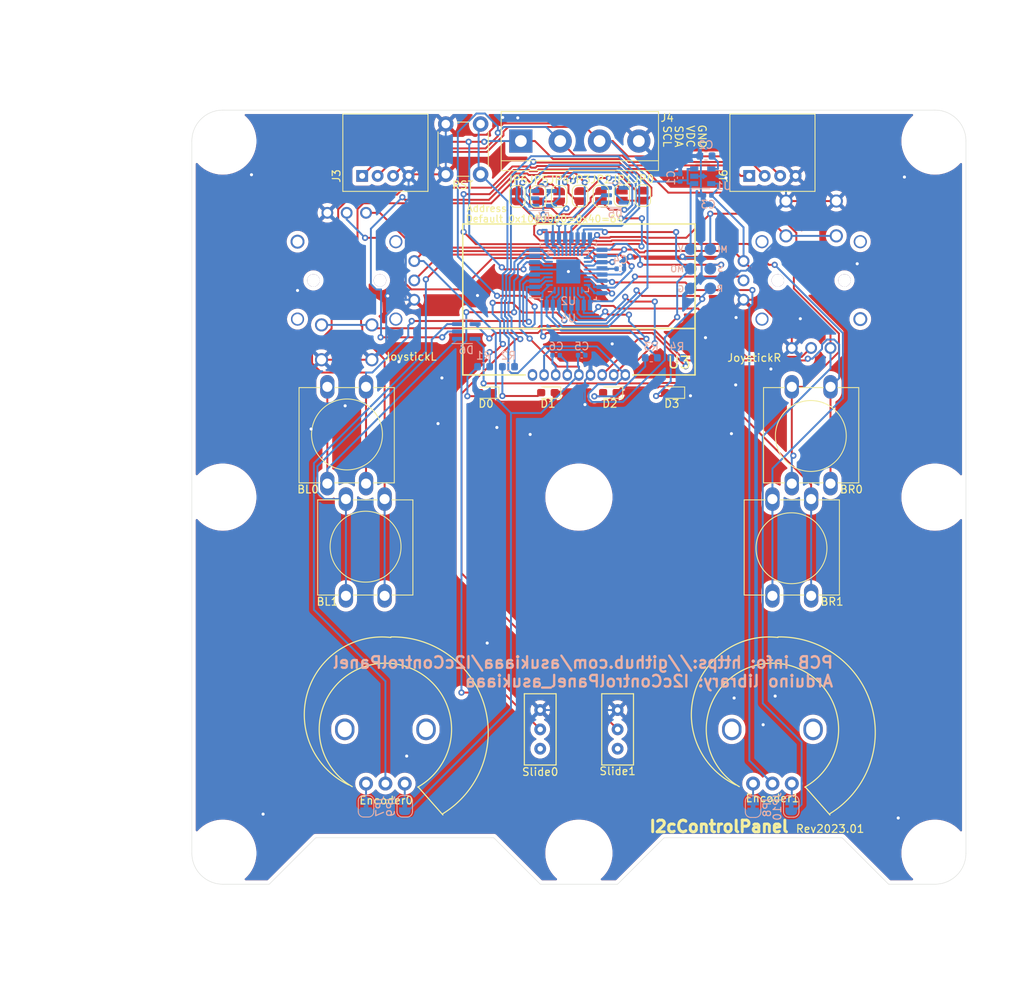
<source format=kicad_pcb>
(kicad_pcb (version 20211014) (generator pcbnew)
  (layers (0 "F.Cu" signal) (31 "B.Cu" signal) (34 "B.Paste" user) (35 "F.Paste" user) (36 "B.SilkS" user "B.Silkscreen") (37 "F.SilkS" user "F.Silkscreen") (38 "B.Mask" user) (39 "F.Mask" user) (44 "Edge.Cuts" user))
  (net 0 "")
  (net 1 "GND")
  (net 2 "Net-(C2-Pad1)")
  (net 3 "+3V3")
  (net 4 "Net-(C4-Pad2)")
  (net 5 "Net-(D1-Pad2)")
  (net 6 "Net-(D2-Pad2)")
  (net 7 "Net-(D3-Pad2)")
  (net 8 "/RST")
  (net 9 "/SCK")
  (net 10 "/SDA")
  (net 11 "/SCL")
  (net 12 "VDC")
  (net 13 "/HoriValueL")
  (net 14 "/VertValueL")
  (net 15 "/HoriValueR")
  (net 16 "/VertValueR")
  (net 17 "Net-(C5-Pad1)")
  (net 18 "Net-(C6-Pad2)")
  (net 19 "Net-(C6-Pad1)")
  (net 20 "/SCL_inside")
  (net 21 "/SDA_inside")
  (net 23 "/JoyBtnR")
  (net 24 "/JoyBtnL")
  (net 25 "/BTN1")
  (net 26 "/BtnSig2")
  (net 27 "/BTN2")
  (net 28 "/BTN3")
  (net 29 "/BtnSig1")
  (net 31 "/Rotery2")
  (net 32 "/Rotery1")
  (net 33 "/Slide1")
  (net 34 "Net-(D0-Pad2)")
  (net 35 "/BTN0")
  (net 36 "/LED0")
  (net 37 "/LED1")
  (net 38 "/LED2")
  (net 39 "/LED3")
  (net 40 "/BtnSig0")
  (net 42 "/Slide0")
  (net 44 "Net-(BL0-Pad1)")
  (net 45 "Net-(BL1-Pad1)")
  (net 46 "Net-(BR0-Pad1)")
  (net 47 "Net-(BR1-Pad1)")
  (net 48 "Net-(D4-Pad5)")
  (net 49 "Net-(D4-Pad4)")
  (net 50 "Net-(D4-Pad3)")
  (net 51 "Net-(D4-Pad1)")
  (net 52 "Net-(D5-Pad5)")
  (net 53 "Net-(D5-Pad4)")
  (net 54 "Net-(D5-Pad3)")
  (net 55 "Net-(Encoder0-Pad3)")
  (net 56 "Net-(Encoder0-Pad1)")
  (net 57 "Net-(Encoder1-Pad3)")
  (net 58 "Net-(Encoder1-Pad1)")
  (footprint "Diode_SMD:D_0603_1608Metric_Pad1.05x0.95mm_HandSolder" (layer "F.Cu") (at 88 86.5 180)
    (fp_text reference "D0")
    (fp_text value "LED0")
  )
  (footprint "Diode_SMD:D_0603_1608Metric_Pad1.05x0.95mm_HandSolder" (layer "F.Cu") (at 96 86.5 180)
    (fp_text reference "D1")
    (fp_text value "LED1")
  )
  (footprint "Diode_SMD:D_0603_1608Metric_Pad1.05x0.95mm_HandSolder" (layer "F.Cu") (at 104 86.5 180)
    (fp_text reference "D2")
    (fp_text value "LED2")
  )
  (footprint "footprints:NS-Tech_Grove_1x04_P2mm_Horizontal" (layer "F.Cu") (at 75 58.5 90)
    (fp_text reference "J3")
    (fp_text value "Conn_01x04")
  )
  (footprint "TerminalBlock:TerminalBlock_bornier-4_P5.08mm" (layer "F.Cu") (at 92.5 54)
    (fp_text reference "J4")
    (fp_text value "Conn_01x04")
  )
  (footprint "footprints:SW_Center_PUSH-12mm" (layer "F.Cu") (at 70 92 90)
    (fp_text reference "BL0")
    (fp_text value "SW_Push")
  )
  (footprint "footprints:SW_Center_PUSH-12mm" (layer "F.Cu") (at 72.4 106.5 90)
    (fp_text reference "BL1")
    (fp_text value "SW_Push")
  )
  (footprint "footprints:SW_Center_PUSH-12mm" (layer "F.Cu") (at 130 92 -90)
    (fp_text reference "BR0")
    (fp_text value "SW_Push")
  )
  (footprint "footprints:SW_Center_PUSH-12mm" (layer "F.Cu") (at 127.5 106.5 -90)
    (fp_text reference "BR1")
    (fp_text value "SW_Push")
  )
  (footprint "asukiaaa-kicad-footprints:AQM0802A-RN-GBW" (layer "F.Cu") (at 100 74.462)
    (fp_text reference "U3")
    (fp_text value "AQM0802")
  )
  (footprint "footprints:NS-Tech_Grove_1x04_P2mm_Horizontal" (layer "F.Cu") (at 125 58.5 90)
    (fp_text reference "J6")
    (fp_text value "Conn_01x04")
  )
  (footprint "asukiaaa-kicad-footprints:MountingHole_4.3mm_M4_bare" (layer "F.Cu") (at 146 54)
    (fp_text reference "REF2" hide)
    (fp_text value "MountingHole_4.3mm_M4_bare")
  )
  (footprint "asukiaaa-kicad-footprints:MountingHole_4.3mm_M4_bare" (layer "F.Cu") (at 54 54)
    (fp_text reference "REF1" hide)
    (fp_text value "MountingHole_4.3mm_M4_bare")
  )
  (footprint "asukiaaa-kicad-footprints:MountingHole_4.3mm_M4_bare" (layer "F.Cu") (at 54 146)
    (fp_text reference "REF3" hide)
    (fp_text value "MountingHole_4.3mm_M4_bare")
  )
  (footprint "asukiaaa-kicad-footprints:MountingHole_4.3mm_M4_bare" (layer "F.Cu") (at 146 146)
    (fp_text reference "REF4" hide)
    (fp_text value "MountingHole_4.3mm_M4_bare")
  )
  (footprint "Jumper:SolderJumper-2_P1.3mm_Open_RoundedPad1.0x1.5mm" (layer "F.Cu") (at 108.25 61.05 90)
    (fp_text reference "JP0")
    (fp_text value "NO")
  )
  (footprint "Jumper:SolderJumper-2_P1.3mm_Open_RoundedPad1.0x1.5mm" (layer "F.Cu") (at 105.55 61.05 90)
    (fp_text reference "JP1")
    (fp_text value "NO")
  )
  (footprint "Jumper:SolderJumper-2_P1.3mm_Open_RoundedPad1.0x1.5mm" (layer "F.Cu") (at 102.85 61.1 90)
    (fp_text reference "JP2")
    (fp_text value "NO")
  )
  (footprint "Jumper:SolderJumper-2_P1.3mm_Open_RoundedPad1.0x1.5mm" (layer "F.Cu") (at 100.15 61.108 90)
    (fp_text reference "JP3")
    (fp_text value "NO")
  )
  (footprint "Jumper:SolderJumper-2_P1.3mm_Open_RoundedPad1.0x1.5mm" (layer "F.Cu") (at 97.45 61.15 90)
    (fp_text reference "JP4")
    (fp_text value "NO")
  )
  (footprint "Jumper:SolderJumper-2_P1.3mm_Open_RoundedPad1.0x1.5mm" (layer "F.Cu") (at 94.75 61.15 90)
    (fp_text reference "JP5")
    (fp_text value "NO")
  )
  (footprint "Jumper:SolderJumper-2_P1.3mm_Bridged_RoundedPad1.0x1.5mm" (layer "F.Cu") (at 92.05 61.15 90)
    (fp_text reference "JP6")
    (fp_text value "NC")
  )
  (footprint "asukiaaa-kicad-footprints:PS4tJoystick" (layer "F.Cu") (at 70 72 90)
    (fp_text reference "J1" hide)
    (fp_text value "JoystickL")
  )
  (footprint "asukiaaa-kicad-footprints:PS4tJoystick" (layer "F.Cu") (at 130 72 -90)
    (fp_text reference "J5" hide)
    (fp_text value "JoystickR")
  )
  (footprint "asukiaaa-kicad-footprints:RoteryEncoderWithPowerLabel" (layer "F.Cu") (at 75 130)
    (fp_text reference "Encoder0")
    (fp_text value "R_POT_US")
  )
  (footprint "asukiaaa-kicad-footprints:RoteryEncoderWithPowerLabel" (layer "F.Cu") (at 125 130)
    (fp_text reference "Encoder1")
    (fp_text value "R_POT_US")
  )
  (footprint "asukiaaa-kicad-footprints:SlideSwitch_SS12D01G4_2posi_1line" (layer "F.Cu") (at 95 130 -90)
    (fp_text reference "Slide0")
    (fp_text value "SlideSwitch")
  )
  (footprint "Diode_SMD:D_0603_1608Metric_Pad1.05x0.95mm_HandSolder" (layer "F.Cu") (at 112 86.5 180)
    (fp_text reference "D3")
    (fp_text value "LED3")
  )
  (footprint "asukiaaa-kicad-footprints:SlideSwitch_SS12D01G4_2posi_1line" (layer "F.Cu") (at 105 130 -90)
    (fp_text reference "Slide1")
    (fp_text value "SlideSwitch")
  )
  (footprint "Button_Switch_THT:SW_PUSH_6mm" (layer "F.Cu") (at 87.3 51.8 -90)
    (fp_text reference "SW6" hide)
    (fp_text value "SW_Push")
  )
  (footprint "asukiaaa-kicad-footprints:MountingHole_4.3mm_M4_bare" (layer "F.Cu") (at 146 100)
    (fp_text reference "REF6" hide)
    (fp_text value "MountingHole_4.3mm_M4_bare")
  )
  (footprint "asukiaaa-kicad-footprints:MountingHole_4.3mm_M4_bare" (layer "F.Cu") (at 100 100)
    (fp_text reference "REF7" hide)
    (fp_text value "MountingHole_4.3mm_M4_bare")
  )
  (footprint "asukiaaa-kicad-footprints:MountingHole_4.3mm_M4_bare" (layer "F.Cu") (at 100 146)
    (fp_text reference "REF8" hide)
    (fp_text value "MountingHole_4.3mm_M4_bare")
  )
  (footprint "asukiaaa-kicad-footprints:MountingHole_4.3mm_M4_bare" (layer "F.Cu") (at 54 100)
    (fp_text reference "REF5" hide)
    (fp_text value "MountingHole_4.3mm_M4_bare")
  )
  (footprint "Capacitor_SMD:C_0402_1005Metric" (layer "B.Cu") (at 113.08 58.7475 90)
    (fp_text reference "C1")
    (fp_text value "0.1u")
  )
  (footprint "Capacitor_SMD:C_0603_1608Metric" (layer "B.Cu") (at 116.408 55.928 180)
    (fp_text reference "C2")
    (fp_text value "10n")
  )
  (footprint "Capacitor_SMD:C_0402_1005Metric" (layer "B.Cu") (at 116.636 61.008 180)
    (fp_text reference "C3")
    (fp_text value "0.47u")
  )
  (footprint "Capacitor_SMD:C_0402_1005Metric" (layer "B.Cu") (at 105.35 70.5 180)
    (fp_text reference "C4")
    (fp_text value "0.1u")
  )
  (footprint "asukiaaa-kicad-footprints:2x03_P2.54mm_Pads" (layer "B.Cu") (at 115.7 70.5 180)
    (fp_text reference "J2" hide)
    (fp_text value "Conn_01x06")
  )
  (footprint "Resistor_SMD:R_0603_1608Metric" (layer "B.Cu") (at 87.6875 83.15 180)
    (fp_text reference "R1")
    (fp_text value "10k")
  )
  (footprint "Resistor_SMD:R_0603_1608Metric" (layer "B.Cu") (at 90.9 83.15 180)
    (fp_text reference "R2")
    (fp_text value "10k")
  )
  (footprint "Resistor_SMD:R_0603_1608Metric" (layer "B.Cu") (at 109.35 82 180)
    (fp_text reference "R3")
    (fp_text value "10k")
  )
  (footprint "Package_DFN_QFN:QFN-32-1EP_5x5mm_P0.5mm_EP3.1x3.1mm" (layer "B.Cu") (at 98.628 70.846)
    (fp_text reference "U2")
    (fp_text value "ATmega328PB-MU")
  )
  (footprint "Capacitor_SMD:C_0402_1005Metric" (layer "B.Cu") (at 100.36 81.67 180)
    (fp_text reference "C5")
    (fp_text value "0.1u")
  )
  (footprint "Capacitor_SMD:C_0402_1005Metric" (layer "B.Cu") (at 97.058 81.67 180)
    (fp_text reference "C6")
    (fp_text value "0.1u")
  )
  (footprint "Resistor_SMD:R_0603_1608Metric" (layer "B.Cu") (at 112.65 82 180)
    (fp_text reference "R4")
    (fp_text value "10k")
  )
  (footprint "Package_TO_SOT_SMD:SOT-23-5" (layer "B.Cu") (at 116 58.55)
    (fp_text reference "U1")
    (fp_text value "NJM12888F33")
  )
  (footprint "asukiaaa-kicad-footprints:SC-74-5_1.6x2.9mm_P0.95mm" (layer "B.Cu") (at 95.3125 61.4)
    (fp_text reference "D4")
    (fp_text value "1SS309")
  )
  (footprint "asukiaaa-kicad-footprints:SC-74-5_1.6x2.9mm_P0.95mm" (layer "B.Cu") (at 104.7 61)
    (fp_text reference "D5")
    (fp_text value "1SS309")
  )
  (footprint "asukiaaa-kicad-footprints:SC-74-5_1.6x2.9mm_P0.95mm" (layer "B.Cu") (at 85.45 78.6)
    (fp_text reference "D6")
    (fp_text value "1SS309")
  )
  (footprint "Jumper:SolderJumper-2_P1.3mm_Bridged_RoundedPad1.0x1.5mm" (layer "B.Cu") (at 72.5 139.925 90)
    (fp_text reference "JP7")
    (fp_text value "NC")
  )
  (footprint "Jumper:SolderJumper-2_P1.3mm_Bridged_RoundedPad1.0x1.5mm" (layer "B.Cu") (at 122.5 139.975 90)
    (fp_text reference "JP8")
    (fp_text value "NC")
  )
  (footprint "Jumper:SolderJumper-2_P1.3mm_Bridged_RoundedPad1.0x1.5mm" (layer "B.Cu") (at 77.5 139.925 -90)
    (fp_text reference "JP9")
    (fp_text value "NC")
  )
  (footprint "Jumper:SolderJumper-2_P1.3mm_Bridged_RoundedPad1.0x1.5mm" (layer "B.Cu") (at 127.425 139.95 -90)
    (fp_text reference "JP10")
    (fp_text value "NC")
  )
  (footprint "asukiaaa-kicad-footprints:TQFP-32_7x7mm_P0.8mm_short_inner" (layer "B.Cu") (at 98.628 70.846)
    (fp_text reference "U4")
    (fp_text value "ATmega328PB-A")
  )
  (gr_arc (start 146 50) (mid 148.828427 51.171573) (end 150 54) (layer "Edge.Cuts") (width 0.05))
  (gr_line (start 60 150) (end 66 144) (layer "Edge.Cuts") (width 0.05))
  (gr_arc (start 54 150) (mid 51.171573 148.828427) (end 50 146) (layer "Edge.Cuts") (width 0.05))
  (gr_line (start 105 150) (end 111 144) (layer "Edge.Cuts") (width 0.05))
  (gr_arc (start 50 54) (mid 51.171573 51.171573) (end 54 50) (layer "Edge.Cuts") (width 0.05))
  (gr_line (start 95 150) (end 105 150) (layer "Edge.Cuts") (width 0.05))
  (gr_line (start 146 50) (end 54 50) (layer "Edge.Cuts") (width 0.05))
  (gr_arc (start 150 146) (mid 148.828427 148.828427) (end 146 150) (layer "Edge.Cuts") (width 0.05))
  (gr_line (start 89 144) (end 95 150) (layer "Edge.Cuts") (width 0.05))
  (gr_line (start 54 150) (end 60 150) (layer "Edge.Cuts") (width 0.05))
  (gr_line (start 134 144) (end 140 150) (layer "Edge.Cuts") (width 0.05))
  (gr_line (start 140 150) (end 146 150) (layer "Edge.Cuts") (width 0.05))
  (gr_line (start 150 146) (end 150 54) (layer "Edge.Cuts") (width 0.05))
  (gr_line (start 66 144) (end 89 144) (layer "Edge.Cuts") (width 0.05))
  (gr_line (start 111 144) (end 134 144) (layer "Edge.Cuts") (width 0.05))
  (gr_line (start 50 54) (end 50 146) (layer "Edge.Cuts") (width 0.05))
  (gr_text "PCB info: https://github.com/asukiaaa/I2cControlPanel\nArduino library: I2cControlPanel_asukiaaa" (at 133 122.575) (layer "B.SilkS") (effects (font (size 1.5 1.5) (thickness 0.3)) (justify left mirror)))
  (gr_text "RST" (at 85 59.7) (layer "F.SilkS") (effects (font (size 1 1))))
  (gr_text "Address" (at 88.1 62.7) (layer "F.SilkS") (effects (font (size 0.9 0.9))))
  (gr_text "SDA" (at 112.9 53.4 270) (layer "F.SilkS") (effects (font (size 1 1))))
  (gr_text "I2cControlPanel" (at 118.1 142.55) (layer "F.SilkS") (effects (font (size 1.5 1.5) (thickness 0.375))))
  (gr_text "SCL" (at 111.4 53.4 270) (layer "F.SilkS") (effects (font (size 1 1))))
  (gr_text "Default 0x1000000=0x40=64" (at 95.55 64.05) (layer "F.SilkS") (effects (font (size 0.9 0.9))))
  (gr_text "VDC" (at 114.4 53.4 270) (layer "F.SilkS") (effects (font (size 1 1))))
  (gr_text "GND" (at 115.9 53.4 270) (layer "F.SilkS") (effects (font (size 1 1))))
  (gr_text "Rev2023.01" (at 132.45 142.85) (layer "F.SilkS") (effects (font (size 1 1))))
  (segment (start 105.4643 51.7243) (end 89.5189 51.7243) (width 0.25) (layer "F.Cu") (net 1))
  (segment (start 70.3814 60.3886) (end 76.1114 60.3886) (width 0.25) (layer "F.Cu") (net 1))
  (segment (start 88.875 86.7311) (end 88.875 86.5) (width 0.25) (layer "F.Cu") (net 1))
  (segment (start 112.875 86.5) (end 112.0729 85.6979) (width 0.25) (layer "F.Cu") (net 1))
  (segment (start 73.25 82.25) (end 66.75 82.25) (width 0.25) (layer "F.Cu") (net 1))
  (segment (start 82.8 58.3) (end 78.2 58.3) (width 0.25) (layer "F.Cu") (net 1))
  (segment (start 89.5189 51.7243) (end 88.0591 53.1841) (width 0.25) (layer "F.Cu") (net 1))
  (segment (start 122.8545 74.5) (end 121.27 74.5) (width 0.25) (layer "F.Cu") (net 1))
  (segment (start 105.5533 85.8217) (end 104.875 86.5) (width 0.25) (layer "F.Cu") (net 1))
  (segment (start 88.0591 53.1841) (end 84.1841 53.1841) (width 0.25) (layer "F.Cu") (net 1))
  (segment (start 110.2063 85.8217) (end 105.5533 85.8217) (width 0.25) (layer "F.Cu") (net 1))
  (segment (start 96.875 87.675) (end 97.2425 88.0425) (width 0.25) (layer "F.Cu") (net 1))
  (segment (start 97.2425 88.0425) (end 100.7808 88.0425) (width 0.25) (layer "F.Cu") (net 1))
  (segment (start 127.5 80.73) (end 127.5 79.1455) (width 0.25) (layer "F.Cu") (net 1))
  (segment (start 103.3325 88.0425) (end 100.7808 88.0425) (width 0.25) (layer "F.Cu") (net 1))
  (segment (start 127.5 79.1455) (end 122.8545 74.5) (width 0.25) (layer "F.Cu") (net 1))
  (segment (start 89.8189 87.675) (end 88.875 86.7311) (width 0.25) (layer "F.Cu") (net 1))
  (segment (start 114.4086 86.9051) (end 113.2801 86.9051) (width 0.25) (layer "F.Cu") (net 1))
  (segment (start 110.3301 85.6979) (end 110.2063 85.8217) (width 0.25) (layer "F.Cu") (net 1))
  (segment (start 113.2801 86.9051) (end 112.875 86.5) (width 0.25) (layer "F.Cu") (net 1))
  (segment (start 67.5 63.27) (end 70.3814 60.3886) (width 0.25) (layer "F.Cu") (net 1))
  (segment (start 107.74 54) (end 105.4643 51.7243) (width 0.25) (layer "F.Cu") (net 1))
  (segment (start 104.875 86.5) (end 103.3325 88.0425) (width 0.25) (layer "F.Cu") (net 1))
  (segment (start 76.1114 60.3886) (end 78 58.5) (width 0.25) (layer "F.Cu") (net 1))
  (segment (start 113.3862 68.9231) (end 106.6079 68.9231) (width 0.25) (layer "F.Cu") (net 1))
  (segment (start 96.875 86.5) (end 96.875 87.675) (width 0.25) (layer "F.Cu") (net 1))
  (segment (start 96.875 87.675) (end 89.8189 87.675) (width 0.25) (layer "F.Cu") (net 1))
  (segment (start 84.1841 53.1841) (end 82.8 51.8) (width 0.25) (layer "F.Cu") (net 1))
  (segment (start 133.25 61.75) (end 126.75 61.75) (width 0.25) (layer "F.Cu") (net 1))
  (segment (start 78.2 58.3) (end 78 58.5) (width 0.25) (layer "F.Cu") (net 1))
  (segment (start 112.0729 85.6979) (end 110.3301 85.6979) (width 0.25) (layer "F.Cu") (net 1))
  (via (at 98.641 70.859) (size 0.8) (drill 0.4) (layers "F.Cu" "B.Cu") (net 1))
  (via (at 75.3 74) (size 0.8) (drill 0.4) (layers "F.Cu" "B.Cu") (net 1))
  (via (at 57.7 58.35) (size 0.8) (drill 0.4) (layers "F.Cu" "B.Cu") (net 1))
  (via (at 90.15 50.95) (size 0.8) (drill 0.4) (layers "F.Cu" "B.Cu") (net 1))
  (via (at 141.25 141.45) (size 0.8) (drill 0.4) (layers "F.Cu" "B.Cu") (net 1))
  (via (at 104.3 80.2) (size 0.8) (drill 0.4) (layers "F.Cu" "B.Cu") (net 1))
  (via (at 77.75 133.45) (size 0.8) (drill 0.4) (layers "F.Cu" "B.Cu") (net 1))
  (via (at 123.8 129.4) (size 0.8) (drill 0.4) (layers "F.Cu" "B.Cu") (net 1))
  (via (at 120.3 76.8) (size 0.8) (drill 0.4) (layers "F.Cu" "B.Cu") (net 1))
  (via (at 119.7 91.8) (size 0.8) (drill 0.4) (layers "F.Cu" "B.Cu") (net 1))
  (via (at 116.35 79.4) (size 0.8) (drill 0.4) (layers "F.Cu" "B.Cu") (net 1))
  (via (at 124.8 83.45) (size 0.8) (drill 0.4) (layers "F.Cu" "B.Cu") (net 1))
  (via (at 82.3 84.6) (size 0.8) (drill 0.4) (layers "F.Cu" "B.Cu") (net 1))
  (via (at 92.1 51) (size 0.8) (drill 0.4) (layers "F.Cu" "B.Cu") (net 1))
  (via (at 86.9 73.95) (size 0.8) (drill 0.4) (layers "F.Cu" "B.Cu") (net 1))
  (via (at 128.6 76.95) (size 0.8) (drill 0.4) (layers "F.Cu" "B.Cu") (net 1))
  (via (at 113.3862 68.9231) (size 0.8) (drill 0.4) (layers "F.Cu" "B.Cu") (net 1))
  (via (at 63.65 73.3) (size 0.8) (drill 0.4) (layers "F.Cu" "B.Cu") (net 1))
  (via (at 100.7808 88.0425) (size 0.8) (drill 0.4) (layers "F.Cu" "B.Cu") (net 1))
  (via (at 120.25 85.5) (size 0.8) (drill 0.4) (layers "F.Cu" "B.Cu") (net 1))
  (via (at 93.7 91.9) (size 0.8) (drill 0.4) (layers "F.Cu" "B.Cu") (net 1))
  (via (at 76.75 82.5) (size 0.8) (drill 0.4) (layers "F.Cu" "B.Cu") (net 1))
  (via (at 125.35 125.7) (size 0.8) (drill 0.4) (layers "F.Cu" "B.Cu") (net 1))
  (via (at 59.2 140.95) (size 0.8) (drill 0.4) (layers "F.Cu" "B.Cu") (net 1))
  (via (at 114.4086 86.9051) (size 0.8) (drill 0.4) (layers "F.Cu" "B.Cu") (net 1))
  (via (at 106.6079 68.9231) (size 0.8) (drill 0.4) (layers "F.Cu" "B.Cu") (net 1))
  (via (at 119 58.75) (size 0.8) (drill 0.4) (layers "F.Cu" "B.Cu") (net 1))
  (via (at 65.4 91.2) (size 0.8) (drill 0.4) (layers "F.Cu" "B.Cu") (net 1))
  (via (at 81.8 90.5) (size 0.8) (drill 0.4) (layers "F.Cu" "B.Cu") (net 1))
  (via (at 120.05 125.95) (size 0.8) (drill 0.4) (layers "F.Cu" "B.Cu") (net 1))
  (via (at 142.05 58.65) (size 0.8) (drill 0.4) (layers "F.Cu" "B.Cu") (net 1))
  (via (at 88.15 118.85) (size 0.8) (drill 0.4) (layers "F.Cu" "B.Cu") (net 1))
  (via (at 135.95 69.85) (size 0.8) (drill 0.4) (layers "F.Cu" "B.Cu") (net 1))
  (via (at 89.4 91) (size 0.8) (drill 0.4) (layers "F.Cu" "B.Cu") (net 1))
  (via (at 69.8 88.2) (size 0.8) (drill 0.4) (layers "F.Cu" "B.Cu") (net 1))
  (segment (start 115.8543 71.7146) (end 115.7554 71.7146) (width 0.25) (layer "B.Cu") (net 1))
  (segment (start 96.1905 70.596) (end 94.428 70.596) (width 0.25) (layer "B.Cu") (net 1))
  (segment (start 113.4875 56.0353) (end 113.08 56.4428) (width 0.25) (layer "B.Cu") (net 1))
  (segment (start 115.8543 61.3047) (end 116.151 61.008) (width 0.25) (layer "B.Cu") (net 1))
  (segment (start 94.428 70.596) (end 94.278 70.446) (width 0.25) (layer "B.Cu") (net 1))
  (segment (start 102.828 71.096) (end 101.0655 71.096) (width 0.25) (layer "B.Cu") (net 1))
  (segment (start 121.27 74.5) (end 119.219 72.449) (width 0.25) (layer "B.Cu") (net 1))
  (segment (start 115.7553 58.55) (end 115.7553 56.1701) (width 0.25) (layer "B.Cu") (net 1))
  (segment (start 115.8543 69.0765) (end 115.8543 61.3047) (width 0.25) (layer "B.Cu") (net 1))
  (segment (start 77.6357 61.8372) (end 78 61.4729) (width 0.25) (layer "B.Cu") (net 1))
  (segment (start 72.5 140.575) (end 73.3693 141.4443) (width 0.25) (layer "B.Cu") (net 1))
  (segment (start 118.8518 82.4619) (end 114.4086 86.9051) (width 0.25) (layer "B.Cu") (net 1))
  (segment (start 102.5029 127.5) (end 95 127.5) (width 0.25) (layer "B.Cu") (net 1))
  (segment (start 115.7553 60.6123) (end 116.151 61.008) (width 0.25) (layer "B.Cu") (net 1))
  (segment (start 105.454 71.246) (end 105.9 70.8) (width 0.25) (layer "B.Cu") (net 1))
  (segment (start 77.6357 74.5) (end 77.6357 61.8372) (width 0.25) (layer "B.Cu") (net 1))
  (segment (start 98.641 70.859) (end 98.878 71.096) (width 0.25) (layer "B.Cu") (net 1))
  (segment (start 81.0557 141.4443) (end 95 127.5) (width 0.25) (layer "B.Cu") (net 1))
  (segment (start 114.9 58.55) (end 115.6427 58.55) (width 0.25) (layer "B.Cu") (net 1))
  (segment (start 125.3037 67.032) (end 121.5857 70.75) (width 0.25) (layer "B.Cu") (net 1))
  (segment (start 73.3693 141.4443) (end 81.0557 141.4443) (width 0.25) (layer "B.Cu") (net 1))
  (segment (start 115.8543 71.7146) (end 118.1174 71.7146) (width 0.25) (layer "B.Cu") (net 1))
  (segment (start 106.3869 68.9231) (end 106.6079 68.9231) (width 0.25) (layer "B.Cu") (net 1))
  (segment (start 113.08 56.4428) (end 113.08 58.2675) (width 0.25) (layer "B.Cu") (net 1))
  (segment (start 77.6357 74.5) (end 78.73 74.5) (width 0.25) (layer "B.Cu") (net 1))
  (segment (start 82.8 51.8) (end 82.8 58.3) (width 0.25) (layer "B.Cu") (net 1))
  (segment (start 115.7554 71.7146) (end 114.43 73.04) (width 0.25) (layer "B.Cu") (net 1))
  (segment (start 96.1905 70.596) (end 98.378 70.596) (width 0.25) (layer "B.Cu") (net 1))
  (segment (start 102.5029 89.7646) (end 100.7808 88.0425) (width 0.25) (layer "B.Cu") (net 1))
  (segment (start 113.5396 69.0765) (end 113.3862 68.9231) (width 0.25) (layer "B.Cu") (net 1))
  (segment (start 118.125 140.625) (end 105 127.5) (width 0.25) (layer "B.Cu") (net 1))
  (segment (start 115.6205 56.0353) (end 113.4875 56.0353) (width 0.25) (layer "B.Cu") (net 1))
  (segment (start 110.1828 56.4428) (end 107.74 54) (width 0.25) (layer "B.Cu") (net 1))
  (segment (start 98.378 70.596) (end 98.628 70.846) (width 0.25) (layer "B.Cu") (net 1))
  (segment (start 77.1616 74.5) (end 77.6357 74.5) (width 0.25) (layer "B.Cu") (net 1))
  (segment (start 102.978 71.246) (end 102.828 71.096) (width 0.25) (layer "B.Cu") (net 1))
  (segment (start 100.7808 84.9312) (end 101.5 84.212) (width 0.25) (layer "B.Cu") (net 1))
  (segment (start 125.3037 63.1963) (end 125.3037 67.032) (width 0.25) (layer "B.Cu") (net 1))
  (segment (start 78 61.4729) (end 78 58.5) (width 0.25) (layer "B.Cu") (net 1))
  (segment (start 75.102 76.5596) (end 77.1616 74.5) (width 0.25) (layer "B.Cu") (net 1))
  (segment (start 115.6427 58.55) (end 115.7553 58.55) (width 0.25) (layer "B.Cu") (net 1))
  (segment (start 102.978 71.246) (end 105.454 71.246) (width 0.25) (layer "B.Cu") (net 1))
  (segment (start 122.5 140.625) (end 118.125 140.625) (width 0.25) (layer "B.Cu") (net 1))
  (segment (start 115.6205 55.928) (end 115.6205 56.0353) (width 0.25) (layer "B.Cu") (net 1))
  (segment (start 113.08 56.4428) (end 110.1828 56.4428) (width 0.25) (layer "B.Cu") (net 1))
  (segment (start 100.7808 88.0425) (end 100.7808 84.9312) (width 0.25) (layer "B.Cu") (net 1))
  (segment (start 126.75 61.75) (end 125.3037 63.1963) (width 0.25) (layer "B.Cu") (net 1))
  (segment (start 73.25 82.25) (end 75.102 80.398) (width 0.25) (layer "B.Cu") (net 1))
  (segment (start 98.878 71.096) (end 101.0655 71.096) (width 0.25) (layer "B.Cu") (net 1))
  (segment (start 128 58.5) (end 126.75 59.75) (width 0.25) (layer "B.Cu") (net 1))
  (segment (start 126.75 59.75) (end 126.75 61.75) (width 0.25) (layer "B.Cu") (net 1))
  (segment (start 105.96 69.571) (end 106.6079 68.9231) (width 0.25) (layer "B.Cu") (net 1))
  (segment (start 120.918 70.75) (end 119.219 72.449) (width 0.25) (layer "B.Cu") (net 1))
  (segment (start 115.7553 58.55) (end 115.7553 60.6123) (width 0.25) (layer "B.Cu") (net 1))
  (segment (start 105 127.5) (end 102.5029 127.5) (width 0.25) (layer "B.Cu") (net 1))
  (segment (start 75.102 80.398) (end 75.102 76.5596) (width 0.25) (layer "B.Cu") (net 1))
  (segment (start 119.219 72.449) (end 118.8518 72.449) (width 0.25) (layer "B.Cu") (net 1))
  (segment (start 121.5857 70.75) (end 120.918 70.75) (width 0.25) (layer "B.Cu") (net 1))
  (segment (start 115.8543 71.7146) (end 115.8543 69.0765) (width 0.25) (layer "B.Cu") (net 1))
  (segment (start 98.628 70.846) (end 98.641 70.859) (width 0.25) (layer "B.Cu") (net 1))
  (segment (start 115.8543 69.0765) (end 113.5396 69.0765) (width 0.25) (layer "B.Cu") (net 1))
  (segment (start 115.7553 56.1701) (end 115.6205 56.0353) (width 0.25) (layer "B.Cu") (net 1))
  (segment (start 118.8518 72.449) (end 118.8518 82.4619) (width 0.25) (layer "B.Cu") (net 1))
  (segment (start 105.96 70.5) (end 105.96 69.571) (width 0.25) (layer "B.Cu") (net 1))
  (segment (start 118.1174 71.7146) (end 118.8518 72.449) (width 0.25) (layer "B.Cu") (net 1))
  (segment (start 117.1 57.6) (end 117.9553 57.6) (width 0.25) (layer "B.Cu") (net 2))
  (segment (start 117.9553 57.6) (end 117.9553 56.6878) (width 0.25) (layer "B.Cu") (net 2))
  (segment (start 117.9553 56.6878) (end 117.1955 55.928) (width 0.25) (layer "B.Cu") (net 2))
  (segment (start 100 84.212) (end 100 83.1367) (width 0.25) (layer "F.Cu") (net 3))
  (segment (start 105.8435 68.0138) (end 102.0818 68.0138) (width 0.25) (layer "F.Cu") (net 3))
  (segment (start 97.2573 83.1367) (end 93.6358 79.5152) (width 0.25) (layer "F.Cu") (net 3))
  (segment (start 108.6138 68.1951) (end 119.9651 68.1951) (width 0.25) (layer "F.Cu") (net 3))
  (segment (start 119.9651 68.1951) (end 121.27 69.5) (width 0.25) (layer "F.Cu") (net 3))
  (segment (start 108.4325 68.3764) (end 108.6138 68.1951) (width 0.25) (layer "F.Cu") (net 3))
  (segment (start 80.4621 67.7679) (end 79.6237 68.6063) (width 0.25) (layer "F.Cu") (net 3))
  (segment (start 105.8435 68.0138) (end 107.469 68.0138) (width 0.25) (layer "F.Cu") (net 3))
  (segment (start 100 83.1367) (end 97.2573 83.1367) (width 0.25) (layer "F.Cu") (net 3))
  (segment (start 127.4312 73.4153) (end 132.5 78.4841) (width 0.25) (layer "F.Cu") (net 3))
  (segment (start 107.8316 68.3764) (end 108.4325 68.3764) (width 0.25) (layer "F.Cu") (net 3))
  (segment (start 101.8359 67.7679) (end 80.4621 67.7679) (width 0.25) (layer "F.Cu") (net 3))
  (segment (start 74.2874 63.27) (end 72.5 63.27) (width 0.25) (layer "F.Cu") (net 3))
  (segment (start 132.5 78.4841) (end 132.5 80.73) (width 0.25) (layer "F.Cu") (net 3))
  (segment (start 79.6237 68.6063) (end 74.2874 63.27) (width 0.25) (layer "F.Cu") (net 3))
  (segment (start 107.469 68.0138) (end 107.8316 68.3764) (width 0.25) (layer "F.Cu") (net 3))
  (segment (start 125.1853 73.4153) (end 127.4312 73.4153) (width 0.25) (layer "F.Cu") (net 3))
  (segment (start 121.27 69.5) (end 125.1853 73.4153) (width 0.25) (layer "F.Cu") (net 3))
  (segment (start 102.0818 68.0138) (end 101.8359 67.7679) (width 0.25) (layer "F.Cu") (net 3))
  (segment (start 79.6237 68.6063) (end 78.73 69.5) (width 0.25) (layer "F.Cu") (net 3))
  (via (at 93.6358 79.5152) (size 0.8) (drill 0.4) (layers "F.Cu" "B.Cu") (net 3))
  (via (at 105.8435 68.0138) (size 0.8) (drill 0.4) (layers "F.Cu" "B.Cu") (net 3))
  (segment (start 92.3521 78.2315) (end 93.6358 79.5152) (width 0.25) (layer "B.Cu") (net 3))
  (segment (start 91.22 89.1344) (end 89.2589 87.1733) (width 0.25) (layer "B.Cu") (net 3))
  (segment (start 77.5 140.575) (end 77.9136 140.575) (width 0.25) (layer "B.Cu") (net 3))
  (segment (start 132.5 83.3827) (end 132.5 80.73) (width 0.25) (layer "B.Cu") (net 3))
  (segment (start 89.2589 87.1733) (end 89.2589 78.8248) (width 0.25) (layer "B.Cu") (net 3))
  (segment (start 128.7738 131.6458) (end 123.7497 126.6217) (width 0.25) (layer "B.Cu") (net 3))
  (segment (start 102.978 68.846) (end 101.9882 68.846) (width 0.25) (layer "B.Cu") (net 3))
  (segment (start 123.7497 92.133) (end 132.5 83.3827) (width 0.25) (layer "B.Cu") (net 3))
  (segment (start 105.8435 68.0138) (end 105.0113 68.846) (width 0.25) (layer "B.Cu") (net 3))
  (segment (start 99.88 81.67) (end 99.88 83.0167) (width 0.25) (layer "B.Cu") (net 3))
  (segment (start 93.2527 71.246) (end 92.3521 72.1466) (width 0.25) (layer "B.Cu") (net 3))
  (segment (start 94.428 71.096) (end 96.1905 71.096) (width 0.25) (layer "B.Cu") (net 3))
  (segment (start 101.5544 69.596) (end 101.0655 69.596) (width 0.25) (layer "B.Cu") (net 3))
  (segment (start 117.9553 60.1737) (end 117.121 61.008) (width 0.25) (layer "B.Cu") (net 3))
  (segment (start 100 84.212) (end 100 83.1367) (width 0.25) (layer "B.Cu") (net 3))
  (segment (start 92.3521 72.1466) (end 92.3521 78.2315) (width 0.25) (layer "B.Cu") (net 3))
  (segment (start 77.9136 140.575) (end 91.22 127.2686) (width 0.25) (layer "B.Cu") (net 3))
  (segment (start 94.278 71.246) (end 93.2527 71.246) (width 0.25) (layer "B.Cu") (net 3))
  (segment (start 91.22 127.2686) (end 91.22 89.1344) (width 0.25) (layer "B.Cu") (net 3))
  (segment (start 127.425 140.6) (end 127.8573 140.6) (width 0.25) (layer "B.Cu") (net 3))
  (segment (start 99.88 83.0167) (end 100 83.1367) (width 0.25) (layer "B.Cu") (net 3))
  (segment (start 117.121 61.008) (end 121.27 65.157) (width 0.25) (layer "B.Cu") (net 3))
  (segment (start 95.0776 89.1344) (end 100 84.212) (width 0.25) (layer "B.Cu") (net 3))
  (segment (start 105.0113 68.846) (end 102.978 68.846) (width 0.25) (layer "B.Cu") (net 3))
  (segment (start 79.9341 69.5) (end 78.73 69.5) (width 0.25) (layer "B.Cu") (net 3))
  (segment (start 101.9882 68.846) (end 101.9882 69.1622) (width 0.25) (layer "B.Cu") (net 3))
  (segment (start 91.22 89.1344) (end 95.0776 89.1344) (width 0.25) (layer "B.Cu") (net 3))
  (segment (start 89.2589 78.8248) (end 79.9341 69.5) (width 0.25) (layer "B.Cu") (net 3))
  (segment (start 123.7497 126.6217) (end 123.7497 92.133) (width 0.25) (layer "B.Cu") (net 3))
  (segment (start 127.8573 140.6) (end 128.7738 139.6835) (width 0.25) (layer "B.Cu") (net 3))
  (segment (start 117.9553 59.5) (end 117.9553 60.1737) (width 0.25) (layer "B.Cu") (net 3))
  (segment (start 94.278 71.246) (end 94.428 71.096) (width 0.25) (layer "B.Cu") (net 3))
  (segment (start 117.1 59.5) (end 117.9553 59.5) (width 0.25) (layer "B.Cu") (net 3))
  (segment (start 121.27 65.157) (end 121.27 69.5) (width 0.25) (layer "B.Cu") (net 3))
  (segment (start 101.9882 69.1622) (end 101.5544 69.596) (width 0.25) (layer "B.Cu") (net 3))
  (segment (start 128.7738 139.6835) (end 128.7738 131.6458) (width 0.25) (layer "B.Cu") (net 3))
  (segment (start 103.032 70.5) (end 102.978 70.446) (width 0.25) (layer "B.Cu") (net 4))
  (segment (start 101.0655 70.596) (end 102.828 70.596) (width 0.25) (layer "B.Cu") (net 4))
  (segment (start 102.828 70.596) (end 102.978 70.446) (width 0.25) (layer "B.Cu") (net 4))
  (segment (start 103.132 70.6) (end 102.978 70.446) (width 0.25) (layer "B.Cu") (net 4))
  (segment (start 105 70.5) (end 103.032 70.5) (width 0.25) (layer "B.Cu") (net 4))
  (segment (start 103.75 70.6) (end 103.132 70.6) (width 0.25) (layer "B.Cu") (net 4))
  (segment (start 95.125 86.5) (end 94.6918 86.9332) (width 0.25) (layer "F.Cu") (net 5))
  (segment (start 94.6918 86.9332) (end 90.1125 86.9332) (width 0.25) (layer "F.Cu") (net 5))
  (via (at 90.1125 86.9332) (size 0.8) (drill 0.4) (layers "F.Cu" "B.Cu") (net 5))
  (segment (start 90.1125 83.15) (end 90.1125 86.9332) (width 0.25) (layer "B.Cu") (net 5))
  (segment (start 103.125 86.5) (end 102.651 86.974) (width 0.25) (layer "F.Cu") (net 6))
  (segment (start 102.651 86.974) (end 101.9959 86.974) (width 0.25) (layer "F.Cu") (net 6))
  (via (at 101.9959 86.974) (size 0.8) (drill 0.4) (layers "F.Cu" "B.Cu") (net 6))
  (segment (start 104.7132 86.974) (end 101.9959 86.974) (width 0.25) (layer "B.Cu") (net 6))
  (segment (start 108.5625 82) (end 108.5625 83.1247) (width 0.25) (layer "B.Cu") (net 6))
  (segment (start 108.5625 83.1247) (end 104.7132 86.974) (width 0.25) (layer "B.Cu") (net 6))
  (segment (start 109.9709 86.9332) (end 110.6918 86.9332) (width 0.25) (layer "F.Cu") (net 7))
  (segment (start 110.6918 86.9332) (end 111.125 86.5) (width 0.25) (layer "F.Cu") (net 7))
  (via (at 109.9709 86.9332) (size 0.8) (drill 0.4) (layers "F.Cu" "B.Cu") (net 7))
  (segment (start 111.8625 82) (end 111.8625 85.0416) (width 0.25) (layer "B.Cu") (net 7))
  (segment (start 111.8625 85.0416) (end 109.9709 86.9332) (width 0.25) (layer "B.Cu") (net 7))
  (segment (start 115.9205 74.405) (end 115.5239 74.0084) (width 0.25) (layer "F.Cu") (net 8))
  (segment (start 115.5239 74.0084) (end 108.1583 74.0084) (width 0.25) (layer "F.Cu") (net 8))
  (segment (start 108.1583 74.0084) (end 107.4421 73.2922) (width 0.25) (layer "F.Cu") (net 8))
  (via (at 115.9205 74.405) (size 0.8) (drill 0.4) (layers "F.Cu" "B.Cu") (net 8))
  (via (at 107.4421 73.2922) (size 0.8) (drill 0.4) (layers "F.Cu" "B.Cu") (net 8))
  (segment (start 106 84.212) (end 102.322 80.534) (width 0.25) (layer "B.Cu") (net 8))
  (segment (start 115.9205 74.0895) (end 115.9205 74.405) (width 0.25) (layer "B.Cu") (net 8))
  (segment (start 98.378 75.046) (end 98.228 75.196) (width 0.25) (layer "B.Cu") (net 8))
  (segment (start 90.1546 74.2924) (end 90.1546 71.2283) (width 0.25) (layer "B.Cu") (net 8))
  (segment (start 111.0989 82.2861) (end 105.6857 87.6993) (width 0.25) (layer "B.Cu") (net 8))
  (segment (start 90.8771 81.0187) (end 90.9396 80.9562) (width 0.25) (layer "B.Cu") (net 8))
  (segment (start 101.2477 87.2515) (end 101.2477 86.6195) (width 0.25) (layer "B.Cu") (net 8))
  (segment (start 90.0008 74.4462) (end 90.1546 74.2924) (width 0.25) (layer "B.Cu") (net 8))
  (segment (start 92.1051 83.9851) (end 91.2763 83.9851) (width 0.25) (layer "B.Cu") (net 8))
  (segment (start 95.5562 80.534) (end 92.1051 83.9851) (width 0.25) (layer "B.Cu") (net 8))
  (segment (start 98.228 76.2213) (end 99.5929 77.5862) (width 0.25) (layer "B.Cu") (net 8))
  (segment (start 101.6955 87.6993) (end 101.2477 87.2515) (width 0.25) (layer "B.Cu") (net 8))
  (segment (start 90.0008 76.8242) (end 90.0008 74.4462) (width 0.25) (layer "B.Cu") (net 8))
  (segment (start 90.7654 61.7654) (end 87.3 58.3) (width 0.25) (layer "B.Cu") (net 8))
  (segment (start 102.322 80.534) (end 95.5562 80.534) (width 0.25) (layer "B.Cu") (net 8))
  (segment (start 103.5661 77.5862) (end 107.4421 73.7102) (width 0.25) (layer "B.Cu") (net 8))
  (segment (start 98.378 73.2835) (end 98.378 75.046) (width 0.25) (layer "B.Cu") (net 8))
  (segment (start 99.5929 77.5862) (end 103.5661 77.5862) (width 0.25) (layer "B.Cu") (net 8))
  (segment (start 87.3 51.8) (end 87.0427 52.0573) (width 0.25) (layer "B.Cu") (net 8))
  (segment (start 91.2763 83.9851) (end 90.8771 83.5859) (width 0.25) (layer "B.Cu") (net 8))
  (segment (start 90.1546 71.2283) (end 90.7654 70.6175) (width 0.25) (layer "B.Cu") (net 8))
  (segment (start 90.3385 77.1619) (end 90.0008 76.8242) (width 0.25) (layer "B.Cu") (net 8))
  (segment (start 116.97 73.04) (end 115.9205 74.0895) (width 0.25) (layer "B.Cu") (net 8))
  (segment (start 90.7654 70.6175) (end 90.7654 61.7654) (width 0.25) (layer "B.Cu") (net 8))
  (segment (start 107.4421 73.7102) (end 107.4421 73.2922) (width 0.25) (layer "B.Cu") (net 8))
  (segment (start 90.8771 83.5859) (end 90.8771 81.0187) (width 0.25) (layer "B.Cu") (net 8))
  (segment (start 90.3385 78.8796) (end 90.3385 77.1619) (width 0.25) (layer "B.Cu") (net 8))
  (segment (start 90.9396 79.4807) (end 90.3385 78.8796) (width 0.25) (layer "B.Cu") (net 8))
  (segment (start 90.9396 80.9562) (end 90.9396 79.4807) (width 0.25) (layer "B.Cu") (net 8))
  (segment (start 98.228 75.196) (end 98.228 76.2213) (width 0.25) (layer "B.Cu") (net 8))
  (segment (start 102.4568 85.4104) (end 104.8016 85.4104) (width 0.25) (layer "B.Cu") (net 8))
  (segment (start 87.0427 58.0427) (end 87.3 58.3) (width 0.25) (layer "B.Cu") (net 8))
  (segment (start 115.9205 74.5437) (end 111.099 79.3652) (width 0.25) (layer "B.Cu") (net 8))
  (segment (start 101.2477 86.6195) (end 102.4568 85.4104) (width 0.25) (layer "B.Cu") (net 8))
  (segment (start 87.0427 52.0573) (end 87.0427 58.0427) (width 0.25) (layer "B.Cu") (net 8))
  (segment (start 104.8016 85.4104) (end 106 84.212) (width 0.25) (layer "B.Cu") (net 8))
  (segment (start 105.6857 87.6993) (end 101.6955 87.6993) (width 0.25) (layer "B.Cu") (net 8))
  (segment (start 115.9205 74.405) (end 115.9205 74.5437) (width 0.25) (layer "B.Cu") (net 8))
  (segment (start 111.0989 79.3652) (end 111.0989 82.2861) (width 0.25) (layer "B.Cu") (net 8))
  (segment (start 111.099 79.3652) (end 111.0989 79.3652) (width 0.25) (layer "B.Cu") (net 8))
  (segment (start 107.9069 69.975) (end 118.3753 69.975) (width 0.25) (layer "F.Cu") (net 9))
  (via (at 118.3753 69.975) (size 0.8) (drill 0.4) (layers "F.Cu" "B.Cu") (net 9))
  (via (at 107.9069 69.975) (size 0.8) (drill 0.4) (layers "F.Cu" "B.Cu") (net 9))
  (segment (start 102.978 68.046) (end 104.0033 68.046) (width 0.25) (layer "B.Cu") (net 9))
  (segment (start 101.9527 68.046) (end 101.0655 68.9332) (width 0.25) (layer "B.Cu") (net 9))
  (segment (start 104.7633 67.286) (end 106.2017 67.286) (width 0.25) (layer "B.Cu") (net 9))
  (segment (start 106.2017 67.286) (end 107.9069 68.9912) (width 0.25) (layer "B.Cu") (net 9))
  (segment (start 101.0655 68.9332) (end 101.0655 69.096) (width 0.25) (layer "B.Cu") (net 9))
  (segment (start 107.9069 68.9912) (end 107.9069 69.975) (width 0.25) (layer "B.Cu") (net 9))
  (segment (start 102.9095 68.046) (end 102.978 68.046) (width 0.25) (layer "B.Cu") (net 9))
  (segment (start 102.9095 68.046) (end 101.9527 68.046) (width 0.25) (layer "B.Cu") (net 9))
  (segment (start 118.3753 69.975) (end 117.495 69.975) (width 0.25) (layer "B.Cu") (net 9))
  (segment (start 117.495 69.975) (end 116.97 70.5) (width 0.25) (layer "B.Cu") (net 9))
  (segment (start 104.0033 68.046) (end 104.7633 67.286) (width 0.25) (layer "B.Cu") (net 9))
  (segment (start 99.4565 55.8765) (end 97.58 54) (width 0.25) (layer "F.Cu") (net 10))
  (segment (start 77.5506 54.9494) (end 87.9399 54.9494) (width 0.25) (layer "F.Cu") (net 10))
  (segment (start 89.5288 53.3605) (end 89.5288 52.934) (width 0.25) (layer "F.Cu") (net 10))
  (segment (start 74 58.5) (end 77.5506 54.9494) (width 0.25) (layer "F.Cu") (net 10))
  (segment (start 89.4293 73.9919) (end 92.8775 73.9919) (width 0.25) (layer "F.Cu") (net 10))
  (segment (start 124 58.5) (end 122.2 56.7) (width 0.25) (layer "F.Cu") (net 10))
  (segment (start 122.2 56.7) (end 106.4324 56.7) (width 0.25) (layer "F.Cu") (net 10))
  (segment (start 87.9399 54.9494) (end 89.5288 53.3605) (width 0.25) (layer "F.Cu") (net 10))
  (segment (start 105.6089 55.8765) (end 99.4565 55.8765) (width 0.25) (layer "F.Cu") (net 10))
  (segment (start 106.4324 56.7) (end 105.6089 55.8765) (width 0.25) (layer "F.Cu") (net 10))
  (segment (start 92.8775 73.9919) (end 94.284 75.3984) (width 0.25) (layer "F.Cu") (net 10))
  (via (at 94.284 75.3984) (size 0.8) (drill 0.4) (layers "F.Cu" "B.Cu") (net 10))
  (via (at 89.5288 52.934) (size 0.8) (drill 0.4) (layers "F.Cu" "B.Cu") (net 10))
  (via (at 89.4293 73.9919) (size 0.8) (drill 0.4) (layers "F.Cu" "B.Cu") (net 10))
  (segment (start 97.58 54) (end 95.7546 52.1746) (width 0.25) (layer "B.Cu") (net 10))
  (segment (start 94.284 77.6362) (end 94.284 75.3984) (width 0.25) (layer "B.Cu") (net 10))
  (segment (start 92.8024 72.4963) (end 92.8024 77.6861) (width 0.25) (layer "B.Cu") (net 10))
  (segment (start 89.4293 73.9919) (end 84.3565 68.9191) (width 0.25) (layer "B.Cu") (net 10))
  (segment (start 93.8157 78.1045) (end 94.284 77.6362) (width 0.25) (layer "B.Cu") (net 10))
  (segment (start 89.5288 52.1154) (end 89.5288 52.934) (width 0.25) (layer "B.Cu") (net 10))
  (segment (start 92.8024 77.6861) (end 93.2208 78.1045) (width 0.25) (layer "B.Cu") (net 10))
  (segment (start 95.1153 72.046) (end 94.278 72.046) (width 0.25) (layer "B.Cu") (net 10))
  (segment (start 84.3565 68.9191) (end 84.3565 52.8509) (width 0.25) (layer "B.Cu") (net 10))
  (segment (start 95.7546 52.1746) (end 90.2882 52.1746) (width 0.25) (layer "B.Cu") (net 10))
  (segment (start 90.2882 52.1746) (end 89.5288 52.934) (width 0.25) (layer "B.Cu") (net 10))
  (segment (start 96.1905 71.596) (end 95.5653 71.596) (width 0.25) (layer "B.Cu") (net 10))
  (segment (start 94.278 72.046) (end 93.2527 72.046) (width 0.25) (layer "B.Cu") (net 10))
  (segment (start 86.7624 50.445) (end 87.8584 50.445) (width 0.25) (layer "B.Cu") (net 10))
  (segment (start 87.8584 50.445) (end 89.5288 52.1154) (width 0.25) (layer "B.Cu") (net 10))
  (segment (start 93.2527 72.046) (end 92.8024 72.4963) (width 0.25) (layer "B.Cu") (net 10))
  (segment (start 93.2208 78.1045) (end 93.8157 78.1045) (width 0.25) (layer "B.Cu") (net 10))
  (segment (start 84.3565 52.8509) (end 86.7624 50.445) (width 0.25) (layer "B.Cu") (net 10))
  (segment (start 95.5653 71.596) (end 95.1153 72.046) (width 0.25) (layer "B.Cu") (net 10))
  (segment (start 92.5 54) (end 94.3253 54) (width 0.25) (layer "F.Cu") (net 11))
  (segment (start 120.9127 58.5) (end 119.563 57.1503) (width 0.25) (layer "F.Cu") (net 11))
  (segment (start 92.8417 70.566) (end 90.2891 70.566) (width 0.25) (layer "F.Cu") (net 11))
  (segment (start 122 58.5) (end 120.9127 58.5) (width 0.25) (layer "F.Cu") (net 11))
  (segment (start 106.2458 57.1503) (end 105.4223 56.3268) (width 0.25) (layer "F.Cu") (net 11))
  (segment (start 105.4223 56.3268) (end 96.6521 56.3268) (width 0.25) (layer "F.Cu") (net 11))
  (segment (start 119.563 57.1503) (end 106.2458 57.1503) (width 0.25) (layer "F.Cu") (net 11))
  (segment (start 90.2891 70.566) (end 90.0401 70.317) (width 0.25) (layer "F.Cu") (net 11))
  (segment (start 72 58.5) (end 76.4044 54.0956) (width 0.25) (layer "F.Cu") (net 11))
  (segment (start 85.7514 54.0956) (end 85.7514 54.0955) (width 0.25) (layer "F.Cu") (net 11))
  (segment (start 76.4044 54.0956) (end 85.7514 54.0956) (width 0.25) (layer "F.Cu") (net 11))
  (segment (start 96.6521 56.3268) (end 94.3253 54) (width 0.25) (layer "F.Cu") (net 11))
  (segment (start 85.7514 54.0955) (end 87.768 54.0955) (width 0.25) (layer "F.Cu") (net 11))
  (via (at 85.7514 54.0955) (size 0.8) (drill 0.4) (layers "F.Cu" "B.Cu") (net 11))
  (via (at 92.8417 70.566) (size 0.8) (drill 0.4) (layers "F.Cu" "B.Cu") (net 11))
  (via (at 90.0401 70.317) (size 0.8) (drill 0.4) (layers "F.Cu" "B.Cu") (net 11))
  (via (at 87.768 54.0955) (size 0.8) (drill 0.4) (layers "F.Cu" "B.Cu") (net 11))
  (segment (start 95.0445 69.646) (end 94.278 69.646) (width 0.25) (layer "B.Cu") (net 11))
  (segment (start 94.278 69.646) (end 93.2527 69.646) (width 0.25) (layer "B.Cu") (net 11))
  (segment (start 95.4945 70.096) (end 95.0445 69.646) (width 0.25) (layer "B.Cu") (net 11))
  (segment (start 85.8311 66.108) (end 85.8311 54.1752) (width 0.25) (layer "B.Cu") (net 11))
  (segment (start 85.8311 54.1752) (end 85.7514 54.0955) (width 0.25) (layer "B.Cu") (net 11))
  (segment (start 87.8635 54) (end 87.768 54.0955) (width 0.25) (layer "B.Cu") (net 11))
  (segment (start 96.1905 70.096) (end 95.4945 70.096) (width 0.25) (layer "B.Cu") (net 11))
  (segment (start 90.0401 70.317) (end 85.8311 66.108) (width 0.25) (layer "B.Cu") (net 11))
  (segment (start 92.8417 70.057) (end 92.8417 70.566) (width 0.25) (layer "B.Cu") (net 11))
  (segment (start 92.5 54) (end 87.8635 54) (width 0.25) (layer "B.Cu") (net 11))
  (segment (start 93.2527 69.646) (end 92.8417 70.057) (width 0.25) (layer "B.Cu") (net 11))
  (segment (start 90.8652 52.1747) (end 100.8347 52.1747) (width 0.25) (layer "F.Cu") (net 12))
  (segment (start 100.8347 52.1747) (end 102.66 54) (width 0.25) (layer "F.Cu") (net 12))
  (segment (start 79.1003 55.3997) (end 88.1265 55.3997) (width 0.25) (layer "F.Cu") (net 12))
  (segment (start 76 58.5) (end 79.1003 55.3997) (width 0.25) (layer "F.Cu") (net 12))
  (segment (start 126 58.5) (end 123.4717 55.9717) (width 0.25) (layer "F.Cu") (net 12))
  (segment (start 90.2541 52.7858) (end 90.8652 52.1747) (width 0.25) (layer "F.Cu") (net 12))
  (segment (start 106.341 55.9717) (end 104.3693 54) (width 0.25) (layer "F.Cu") (net 12))
  (segment (start 123.4717 55.9717) (end 106.341 55.9717) (width 0.25) (layer "F.Cu") (net 12))
  (segment (start 88.1265 55.3997) (end 90.2541 53.2721) (width 0.25) (layer "F.Cu") (net 12))
  (segment (start 104.3693 54) (end 102.66 54) (width 0.25) (layer "F.Cu") (net 12))
  (segment (start 90.2541 53.2721) (end 90.2541 52.7858) (width 0.25) (layer "F.Cu") (net 12))
  (segment (start 114.43 59.5) (end 114.0447 59.5) (width 0.25) (layer "B.Cu") (net 12))
  (segment (start 104.1311 54) (end 102.66 54) (width 0.25) (layer "B.Cu") (net 12))
  (segment (start 114.0447 59.0725) (end 114.0446 59.0724) (width 0.25) (layer "B.Cu") (net 12))
  (segment (start 114.0446 59.0724) (end 113.2351 59.0724) (width 0.25) (layer "B.Cu") (net 12))
  (segment (start 114.9 57.6) (end 114.0447 57.6) (width 0.25) (layer "B.Cu") (net 12))
  (segment (start 114.0446 59.0724) (end 114.0446 57.6001) (width 0.25) (layer "B.Cu") (net 12))
  (segment (start 113.08 59.2275) (end 109.3586 59.2275) (width 0.25) (layer "B.Cu") (net 12))
  (segment (start 113.2351 59.0724) (end 113.08 59.2275) (width 0.25) (layer "B.Cu") (net 12))
  (segment (start 114.0447 59.5) (end 114.0447 59.0725) (width 0.25) (layer "B.Cu") (net 12))
  (segment (start 114.0446 57.6001) (end 114.0447 57.6) (width 0.25) (layer "B.Cu") (net 12))
  (segment (start 114.43 67.96) (end 114.43 59.5) (width 0.25) (layer "B.Cu") (net 12))
  (segment (start 109.3586 59.2275) (end 104.1311 54) (width 0.25) (layer "B.Cu") (net 12))
  (segment (start 114.9 59.5) (end 114.43 59.5) (width 0.25) (layer "B.Cu") (net 12))
  (segment (start 88.8577 69.1188) (end 99.7035 69.1188) (width 0.25) (layer "F.Cu") (net 13))
  (segment (start 84.8161 73.1604) (end 88.8577 69.1188) (width 0.25) (layer "F.Cu") (net 13))
  (segment (start 73.8548 66.5032) (end 75.1746 67.823) (width 0.25) (layer "F.Cu") (net 13))
  (segment (start 72.3787 66.5032) (end 73.8548 66.5032) (width 0.25) (layer "F.Cu") (net 13))
  (segment (start 75.1746 69.9844) (end 78.3506 73.1604) (width 0.25) (layer "F.Cu") (net 13))
  (segment (start 78.3506 73.1604) (end 84.8161 73.1604) (width 0.25) (layer "F.Cu") (net 13))
  (segment (start 75.1746 67.823) (end 75.1746 69.9844) (width 0.25) (layer "F.Cu") (net 13))
  (segment (start 99.7035 69.1188) (end 104.2796 73.6949) (width 0.25) (layer "F.Cu") (net 13))
  (via (at 104.2796 73.6949) (size 0.8) (drill 0.4) (layers "F.Cu" "B.Cu") (net 13))
  (via (at 72.3787 66.5032) (size 0.8) (drill 0.4) (layers "F.Cu" "B.Cu") (net 13))
  (segment (start 101.9527 73.4832) (end 101.9527 73.646) (width 0.25) (layer "B.Cu") (net 13))
  (segment (start 72.3787 66.5032) (end 70 64.1245) (width 0.25) (layer "B.Cu") (net 13))
  (segment (start 70 64.1245) (end 70 63.27) (width 0.25) (layer "B.Cu") (net 13))
  (segment (start 102.7217 73.646) (end 101.9527 73.646) (width 0.25) (layer "B.Cu") (net 13))
  (segment (start 104.0522 73.6949) (end 104.2796 73.6949) (width 0.25) (layer "B.Cu") (net 13))
  (segment (start 104.0033 73.646) (end 104.0522 73.6949) (width 0.25) (layer "B.Cu") (net 13))
  (segment (start 101.0655 72.596) (end 101.9527 73.4832) (width 0.25) (layer "B.Cu") (net 13))
  (segment (start 102.7217 73.646) (end 102.978 73.646) (width 0.25) (layer "B.Cu") (net 13))
  (segment (start 102.978 73.646) (end 104.0033 73.646) (width 0.25) (layer "B.Cu") (net 13))
  (segment (start 102.0996 68.6685) (end 101.6493 68.2182) (width 0.25) (layer "F.Cu") (net 14))
  (segment (start 101.6493 68.2182) (end 82.5118 68.2182) (width 0.25) (layer "F.Cu") (net 14))
  (segment (start 105.3024 68.6685) (end 102.0996 68.6685) (width 0.25) (layer "F.Cu") (net 14))
  (segment (start 82.5118 68.2182) (end 78.73 72) (width 0.25) (layer "F.Cu") (net 14))
  (segment (start 106.812 70.1781) (end 105.3024 68.6685) (width 0.25) (layer "F.Cu") (net 14))
  (via (at 106.812 70.1781) (size 0.8) (drill 0.4) (layers "F.Cu" "B.Cu") (net 14))
  (segment (start 103.0668 72.9348) (end 104.588 72.9348) (width 0.25) (layer "B.Cu") (net 14))
  (segment (start 101.0655 72.096) (end 101.5519 72.096) (width 0.25) (layer "B.Cu") (net 14))
  (segment (start 102.578 72.846) (end 101.9527 72.846) (width 0.25) (layer "B.Cu") (net 14))
  (segment (start 101.9527 72.4968) (end 101.9527 72.846) (width 0.25) (layer "B.Cu") (net 14))
  (segment (start 102.578 72.846) (end 102.978 72.846) (width 0.25) (layer "B.Cu") (net 14))
  (segment (start 102.978 72.846) (end 103.0668 72.9348) (width 0.25) (layer "B.Cu") (net 14))
  (segment (start 106.812 70.7108) (end 106.812 70.1781) (width 0.25) (layer "B.Cu") (net 14))
  (segment (start 101.5519 72.096) (end 101.9527 72.4968) (width 0.25) (layer "B.Cu") (net 14))
  (segment (start 104.588 72.9348) (end 106.812 70.7108) (width 0.25) (layer "B.Cu") (net 14))
  (segment (start 128.7867 81.874) (end 121.611 81.874) (width 0.25) (layer "F.Cu") (net 15))
  (segment (start 121.611 81.874) (end 115.3713 75.6343) (width 0.25) (layer "F.Cu") (net 15))
  (segment (start 102.636 75.2928) (end 102.5027 75.4261) (width 0.25) (layer "F.Cu") (net 15))
  (segment (start 129.9307 80.73) (end 128.7867 81.874) (width 0.25) (layer "F.Cu") (net 15))
  (segment (start 115.3713 75.6343) (end 104.8236 75.6343) (width 0.25) (layer "F.Cu") (net 15))
  (segment (start 104.8236 75.6343) (end 104.4821 75.2928) (width 0.25) (layer "F.Cu") (net 15))
  (segment (start 104.4821 75.2928) (end 102.636 75.2928) (width 0.25) (layer "F.Cu") (net 15))
  (segment (start 130 80.73) (end 129.9307 80.73) (width 0.25) (layer "F.Cu") (net 15))
  (via (at 102.5027 75.4261) (size 0.8) (drill 0.4) (layers "F.Cu" "B.Cu") (net 15))
  (segment (start 100.2378 74.1707) (end 100.628 74.1707) (width 0.25) (layer "B.Cu") (net 15))
  (segment (start 102.5027 75.5635) (end 102.5027 75.4261) (width 0.25) (layer "B.Cu") (net 15))
  (segment (start 100.628 76.2212) (end 100.628 75.196) (width 0.25) (layer "B.Cu") (net 15))
  (segment (start 100.628 76.2213) (end 101.8449 76.2213) (width 0.25) (layer "B.Cu") (net 15))
  (segment (start 101.8449 76.2213) (end 102.5027 75.5635) (width 0.25) (layer "B.Cu") (net 15))
  (segment (start 100.628 76.2212) (end 100.628 76.2213) (width 0.25) (layer "B.Cu") (net 15))
  (segment (start 99.878 73.2835) (end 99.878 73.8109) (width 0.25) (layer "B.Cu") (net 15))
  (segment (start 100.628 75.196) (end 100.628 74.1707) (width 0.25) (layer "B.Cu") (net 15))
  (segment (start 99.878 73.8109) (end 100.2378 74.1707) (width 0.25) (layer "B.Cu") (net 15))
  (segment (start 120.7815 71.5115) (end 121.27 72) (width 0.25) (layer "F.Cu") (net 16))
  (segment (start 107.2344 71.5115) (end 120.7815 71.5115) (width 0.25) (layer "F.Cu") (net 16))
  (via (at 107.2344 71.5115) (size 0.8) (drill 0.4) (layers "F.Cu" "B.Cu") (net 16))
  (segment (start 101.428 74.6906) (end 104.3435 74.6906) (width 0.25) (layer "B.Cu") (net 16))
  (segment (start 104.3435 74.6906) (end 107.2344 71.7997) (width 0.25) (layer "B.Cu") (net 16))
  (segment (start 100.5408 73.2835) (end 100.378 73.2835) (width 0.25) (layer "B.Cu") (net 16))
  (segment (start 107.2344 71.7997) (end 107.2344 71.5115) (width 0.25) (layer "B.Cu") (net 16))
  (segment (start 101.428 75.196) (end 101.428 74.6906) (width 0.25) (layer "B.Cu") (net 16))
  (segment (start 101.428 74.1707) (end 100.5408 73.2835) (width 0.25) (layer "B.Cu") (net 16))
  (segment (start 101.428 74.6906) (end 101.428 74.1707) (width 0.25) (layer "B.Cu") (net 16))
  (segment (start 95.5 81.7267) (end 95.5 84.212) (width 0.25) (layer "B.Cu") (net 17))
  (segment (start 100.84 81.67) (end 100.84 81.6284) (width 0.25) (layer "B.Cu") (net 17))
  (segment (start 100.198 80.9864) (end 96.2403 80.9864) (width 0.25) (layer "B.Cu") (net 17))
  (segment (start 96.2403 80.9864) (end 95.5 81.7267) (width 0.25) (layer "B.Cu") (net 17))
  (segment (start 100.84 81.6284) (end 100.198 80.9864) (width 0.25) (layer "B.Cu") (net 17))
  (segment (start 96.578 82.7147) (end 97 83.1367) (width 0.25) (layer "B.Cu") (net 18))
  (segment (start 96.578 81.67) (end 96.578 82.7147) (width 0.25) (layer "B.Cu") (net 18))
  (segment (start 97 84.212) (end 97 83.1367) (width 0.25) (layer "B.Cu") (net 18))
  (segment (start 97.538 81.67) (end 98.5 82.632) (width 0.25) (layer "B.Cu") (net 19))
  (segment (start 98.5 82.632) (end 98.5 84.212) (width 0.25) (layer "B.Cu") (net 19))
  (segment (start 107.1161 82.7961) (end 105.9159 82.7961) (width 0.25) (layer "F.Cu") (net 20))
  (segment (start 105.9159 82.7961) (end 104.5 84.212) (width 0.25) (layer "F.Cu") (net 20))
  (segment (start 109.7967 80.1155) (end 107.1161 82.7961) (width 0.25) (layer "F.Cu") (net 20))
  (segment (start 106.5968 74.7337) (end 105.984 74.1209) (width 0.25) (layer "F.Cu") (net 20))
  (segment (start 109.7967 74.7337) (end 106.5968 74.7337) (width 0.25) (layer "F.Cu") (net 20))
  (via (at 109.7967 80.1155) (size 0.8) (drill 0.4) (layers "F.Cu" "B.Cu") (net 20))
  (via (at 105.984 74.1209) (size 0.8) (drill 0.4) (layers "F.Cu" "B.Cu") (net 20))
  (via (at 109.7967 74.7337) (size 0.8) (drill 0.4) (layers "F.Cu" "B.Cu") (net 20))
  (segment (start 98.878 75.046) (end 99.028 75.196) (width 0.25) (layer "B.Cu") (net 20))
  (segment (start 99.028 75.196) (end 99.028 76.2213) (width 0.25) (layer "B.Cu") (net 20))
  (segment (start 109.7967 80.1155) (end 109.7967 74.7337) (width 0.25) (layer "B.Cu") (net 20))
  (segment (start 98.878 73.2835) (end 98.878 75.046) (width 0.25) (layer "B.Cu") (net 20))
  (segment (start 99.9426 77.1359) (end 103.3795 77.1359) (width 0.25) (layer "B.Cu") (net 20))
  (segment (start 103.3795 77.1359) (end 105.984 74.5314) (width 0.25) (layer "B.Cu") (net 20))
  (segment (start 105.984 74.5314) (end 105.984 74.1209) (width 0.25) (layer "B.Cu") (net 20))
  (segment (start 99.028 76.2213) (end 99.9426 77.1359) (width 0.25) (layer "B.Cu") (net 20))
  (segment (start 106.4639 76.4322) (end 103.8095 76.4322) (width 0.25) (layer "F.Cu") (net 21))
  (segment (start 107.6618 79.5502) (end 108.7149 79.5502) (width 0.25) (layer "F.Cu") (net 21))
  (segment (start 103.8095 76.4322) (end 103.3954 76.0181) (width 0.25) (layer "F.Cu") (net 21))
  (segment (start 103 84.212) (end 107.6618 79.5502) (width 0.25) (layer "F.Cu") (net 21))
  (via (at 106.4639 76.4322) (size 0.8) (drill 0.4) (layers "F.Cu" "B.Cu") (net 21))
  (via (at 108.7149 79.5502) (size 0.8) (drill 0.4) (layers "F.Cu" "B.Cu") (net 21))
  (via (at 103.3954 76.0181) (size 0.8) (drill 0.4) (layers "F.Cu" "B.Cu") (net 21))
  (segment (start 100.2923 76.6856) (end 99.828 76.2213) (width 0.25) (layer "B.Cu") (net 21))
  (segment (start 106.4639 77.2992) (end 108.7149 79.5502) (width 0.25) (layer "B.Cu") (net 21))
  (segment (start 106.4639 76.4322) (end 106.4639 77.2992) (width 0.25) (layer "B.Cu") (net 21))
  (segment (start 99.828 74.4108) (end 99.378 73.9608) (width 0.25) (layer "B.Cu") (net 21))
  (segment (start 99.828 75.196) (end 99.828 74.4108) (width 0.25) (layer "B.Cu") (net 21))
  (segment (start 102.7279 76.6856) (end 100.2923 76.6856) (width 0.25) (layer "B.Cu") (net 21))
  (segment (start 99.378 73.9608) (end 99.378 73.2835) (width 0.25) (layer "B.Cu") (net 21))
  (segment (start 99.828 75.196) (end 99.828 76.2213) (width 0.25) (layer "B.Cu") (net 21))
  (segment (start 103.3954 76.0181) (end 102.7279 76.6856) (width 0.25) (layer "B.Cu") (net 21))
  (segment (start 108.5315 66.3879) (end 104.0878 66.3879) (width 0.25) (layer "F.Cu") (net 23))
  (segment (start 108.6358 66.4922) (end 108.5315 66.3879) (width 0.25) (layer "F.Cu") (net 23))
  (segment (start 126.75 66.25) (end 123.8872 63.3872) (width 0.25) (layer "F.Cu") (net 23))
  (segment (start 123.8872 63.3872) (end 116.97 63.3872) (width 0.25) (layer "F.Cu") (net 23))
  (segment (start 103.9952 66.4805) (end 102.6794 66.4805) (width 0.25) (layer "F.Cu") (net 23))
  (segment (start 116.97 63.3872) (end 113.865 66.4922) (width 0.25) (layer "F.Cu") (net 23))
  (segment (start 113.865 66.4922) (end 108.6358 66.4922) (width 0.25) (layer "F.Cu") (net 23))
  (segment (start 102.6794 66.4805) (end 102.3408 66.1419) (width 0.25) (layer "F.Cu") (net 23))
  (segment (start 104.0878 66.3879) (end 103.9952 66.4805) (width 0.25) (layer "F.Cu") (net 23))
  (via (at 116.97 63.3872) (size 0.8) (drill 0.4) (layers "F.Cu" "B.Cu") (net 23))
  (via (at 102.3408 66.1419) (size 0.8) (drill 0.4) (layers "F.Cu" "B.Cu") (net 23))
  (segment (start 101.2652 67.5213) (end 101.428 67.5213) (width 0.25) (layer "B.Cu") (net 23))
  (segment (start 101.428 66.496) (end 101.428 66.7863) (width 0.25) (layer "B.Cu") (net 23))
  (segment (start 101.6964 66.7863) (end 102.3408 66.1419) (width 0.25) (layer "B.Cu") (net 23))
  (segment (start 116.97 67.96) (end 116.97 63.3872) (width 0.25) (layer "B.Cu") (net 23))
  (segment (start 101.428 66.7863) (end 101.428 67.5213) (width 0.25) (layer "B.Cu") (net 23))
  (segment (start 100.378 68.4085) (end 101.2652 67.5213) (width 0.25) (layer "B.Cu") (net 23))
  (segment (start 133.25 66.25) (end 126.75 66.25) (width 0.25) (layer "B.Cu") (net 23))
  (segment (start 101.428 66.7863) (end 101.6964 66.7863) (width 0.25) (layer "B.Cu") (net 23))
  (segment (start 103.3538 65.7551) (end 112.554 65.7551) (width 0.25) (layer "F.Cu") (net 24))
  (segment (start 94.9738 77.8892) (end 94.6812 78.1818) (width 0.25) (layer "F.Cu") (net 24))
  (segment (start 112.6951 76.7433) (end 111.5492 77.8892) (width 0.25) (layer "F.Cu") (net 24))
  (segment (start 111.5492 77.8892) (end 94.9738 77.8892) (width 0.25) (layer "F.Cu") (net 24))
  (segment (start 73.6818 78.1818) (end 73.25 77.75) (width 0.25) (layer "F.Cu") (net 24))
  (segment (start 94.6812 78.1818) (end 73.6818 78.1818) (width 0.25) (layer "F.Cu") (net 24))
  (via (at 103.3538 65.7551) (size 0.8) (drill 0.4) (layers "F.Cu" "B.Cu") (net 24))
  (via (at 112.6951 76.7433) (size 0.8) (drill 0.4) (layers "F.Cu" "B.Cu") (net 24))
  (via (at 112.554 65.7551) (size 0.8) (drill 0.4) (layers "F.Cu" "B.Cu") (net 24))
  (segment (start 103.0153 65.4166) (end 100.6821 65.4166) (width 0.25) (layer "B.Cu") (net 24))
  (segment (start 100.628 66.496) (end 100.628 65.4707) (width 0.25) (layer "B.Cu") (net 24))
  (segment (start 114.1589 70.7711) (end 112.554 69.1662) (width 0.25) (layer "B.Cu") (net 24))
  (segment (start 114.1589 70.7711) (end 112.6951 72.2349) (width 0.25) (layer "B.Cu") (net 24))
  (segment (start 103.3538 65.7551) (end 103.0153 65.4166) (width 0.25) (layer "B.Cu") (net 24))
  (segment (start 100.2788 67.5213) (end 100.628 67.5213) (width 0.25) (layer "B.Cu") (net 24))
  (segment (start 114.43 70.5) (end 114.1589 70.7711) (width 0.25) (layer "B.Cu") (net 24))
  (segment (start 112.554 69.1662) (end 112.554 65.7551) (width 0.25) (layer "B.Cu") (net 24))
  (segment (start 100.6821 65.4166) (end 100.628 65.4707) (width 0.25) (layer "B.Cu") (net 24))
  (segment (start 112.6951 72.2349) (end 112.6951 76.7433) (width 0.25) (layer "B.Cu") (net 24))
  (segment (start 100.628 66.896) (end 100.628 66.496) (width 0.25) (layer "B.Cu") (net 24))
  (segment (start 66.75 77.75) (end 73.25 77.75) (width 0.25) (layer "B.Cu") (net 24))
  (segment (start 100.628 66.896) (end 100.628 67.5213) (width 0.25) (layer "B.Cu") (net 24))
  (segment (start 99.878 68.4085) (end 99.878 67.9221) (width 0.25) (layer "B.Cu") (net 24))
  (segment (start 99.878 67.9221) (end 100.2788 67.5213) (width 0.25) (layer "B.Cu") (net 24))
  (segment (start 72.0125 79.3375) (end 72.0125 77.9628) (width 0.25) (layer "F.Cu") (net 25))
  (segment (start 93.6746 59.3209) (end 93.6746 62.1748) (width 0.25) (layer "F.Cu") (net 25))
  (segment (start 93.6746 62.1748) (end 94.1252 62.6254) (width 0.25) (layer "F.Cu") (net 25))
  (segment (start 74.9 82.225) (end 72.0125 79.3375) (width 0.25) (layer "F.Cu") (net 25))
  (segment (start 72.2058 70.1058) (end 71.3984 69.2984) (width 0.25) (layer "F.Cu") (net 25))
  (segment (start 96.3916 62.6254) (end 97.2283 63.4621) (width 0.25) (layer "F.Cu") (net 25))
  (segment (start 99.7176 62.4541) (end 99.7176 61.758) (width 0.25) (layer "F.Cu") (net 25))
  (segment (start 92.041 58.6612) (end 93.0149 58.6612) (width 0.25) (layer "F.Cu") (net 25))
  (segment (start 71.8587 77.809) (end 71.8587 74.2413) (width 0.25) (layer "F.Cu") (net 25))
  (segment (start 102.85 61.75) (end 103.971 62.871) (width 0.25) (layer "F.Cu") (net 25))
  (segment (start 71.8587 74.2413) (end 72.2058 73.8942) (width 0.25) (layer "F.Cu") (net 25))
  (segment (start 71.3984 69.2984) (end 71.3984 62.7914) (width 0.25) (layer "F.Cu") (net 25))
  (segment (start 94.1252 62.6254) (end 96.3916 62.6254) (width 0.25) (layer "F.Cu") (net 25))
  (segment (start 102.85 61.75) (end 98.8175 65.7825) (width 0.25) (layer "F.Cu") (net 25))
  (segment (start 72.1524 62.0374) (end 88.6648 62.0374) (width 0.25) (layer "F.Cu") (net 25))
  (segment (start 98.8175 65.7825) (end 94.9459 65.7825) (width 0.25) (layer "F.Cu") (net 25))
  (segment (start 98.7096 63.4621) (end 99.7176 62.4541) (width 0.25) (layer "F.Cu") (net 25))
  (segment (start 98.6531 59.7474) (end 98.2093 59.3036) (width 0.25) (layer "F.Cu") (net 25))
  (segment (start 72.0125 77.9628) (end 71.8587 77.809) (width 0.25) (layer "F.Cu") (net 25))
  (segment (start 88.6648 62.0374) (end 92.041 58.6612) (width 0.25) (layer "F.Cu") (net 25))
  (segment (start 72.2058 73.8942) (end 72.2058 70.1058) (width 0.25) (layer "F.Cu") (net 25))
  (segment (start 93.0149 58.6612) (end 93.6746 59.3209) (width 0.25) (layer "F.Cu") (net 25))
  (segment (start 103.971 62.871) (end 105.8659 62.871) (width 0.25) (layer "F.Cu") (net 25))
  (segment (start 99.7176 61.758) (end 98.6531 60.6935) (width 0.25) (layer "F.Cu") (net 25))
  (segment (start 98.6531 60.6935) (end 98.6531 59.7474) (width 0.25) (layer "F.Cu") (net 25))
  (segment (start 74.9 100.25) (end 74.9 82.225) (width 0.25) (layer "F.Cu") (net 25))
  (segment (start 97.2283 63.4621) (end 98.7096 63.4621) (width 0.25) (layer "F.Cu") (net 25))
  (segment (start 71.3984 62.7914) (end 72.1524 62.0374) (width 0.25) (layer "F.Cu") (net 25))
  (segment (start 100.15 61.758) (end 99.7176 61.758) (width 0.25) (layer "F.Cu") (net 25))
  (via (at 98.2093 59.3036) (size 0.8) (drill 0.4) (layers "F.Cu" "B.Cu") (net 25))
  (via (at 105.8659 62.871) (size 0.8) (drill 0.4) (layers "F.Cu" "B.Cu") (net 25))
  (via (at 94.9459 65.7825) (size 0.8) (drill 0.4) (layers "F.Cu" "B.Cu") (net 25))
  (segment (start 74.9 112.75) (end 74.9 100.25) (width 0.25) (layer "B.Cu") (net 25))
  (segment (start 95.828 66.496) (end 95.828 67.5213) (width 0.25) (layer "B.Cu") (net 25))
  (segment (start 98.2093 59.1548) (end 99.3292 58.0349) (width 0.25) (layer "B.Cu") (net 25))
  (segment (start 95.828 66.496) (end 95.828 65.4707) (width 0.25) (layer "B.Cu") (net 25))
  (segment (start 99.3292 58.0349) (end 105.2353 58.0349) (width 0.25) (layer "B.Cu") (net 25))
  (segment (start 106.8913 62.2601) (end 106.2804 62.871) (width 0.25) (layer "B.Cu") (net 25))
  (segment (start 106.2804 62.871) (end 105.8659 62.871) (width 0.25) (layer "B.Cu") (net 25))
  (segment (start 95.9908 67.5213) (end 95.828 67.5213) (width 0.25) (layer "B.Cu") (net 25))
  (segment (start 106.8913 59.6909) (end 106.8913 62.2601) (width 0.25) (layer "B.Cu") (net 25))
  (segment (start 95.828 65.4707) (end 95.2577 65.4707) (width 0.25) (layer "B.Cu") (net 25))
  (segment (start 98.2093 59.3036) (end 98.2093 59.1548) (width 0.25) (layer "B.Cu") (net 25))
  (segment (start 95.2577 65.4707) (end 94.9459 65.7825) (width 0.25) (layer "B.Cu") (net 25))
  (segment (start 105.2353 58.0349) (end 106.8913 59.6909) (width 0.25) (layer "B.Cu") (net 25))
  (segment (start 96.878 68.4085) (end 95.9908 67.5213) (width 0.25) (layer "B.Cu") (net 25))
  (segment (start 93.0963 60.1718) (end 96.1514 57.1167) (width 0.25) (layer "B.Cu") (net 26))
  (segment (start 105.6164 57.1167) (end 107.792 59.2923) (width 0.25) (layer "B.Cu") (net 26))
  (segment (start 93.7361 61.4) (end 93.0963 60.7602) (width 0.25) (layer "B.Cu") (net 26))
  (segment (start 99.378 67.7125) (end 99.828 67.2625) (width 0.25) (layer "B.Cu") (net 26))
  (segment (start 99.828 66.496) (end 99.828 65.4707) (width 0.25) (layer "B.Cu") (net 26))
  (segment (start 107.792 62.6704) (end 105.4961 64.9663) (width 0.25) (layer "B.Cu") (net 26))
  (segment (start 100.3324 64.9663) (end 99.828 65.4707) (width 0.25) (layer "B.Cu") (net 26))
  (segment (start 99.378 68.4085) (end 99.378 67.7125) (width 0.25) (layer "B.Cu") (net 26))
  (segment (start 94.175 61.4) (end 93.7361 61.4) (width 0.25) (layer "B.Cu") (net 26))
  (segment (start 99.828 67.2625) (end 99.828 66.496) (width 0.25) (layer "B.Cu") (net 26))
  (segment (start 93.0963 60.7602) (end 93.0963 60.1718) (width 0.25) (layer "B.Cu") (net 26))
  (segment (start 105.4961 64.9663) (end 100.3324 64.9663) (width 0.25) (layer "B.Cu") (net 26))
  (segment (start 96.1514 57.1167) (end 105.6164 57.1167) (width 0.25) (layer "B.Cu") (net 26))
  (segment (start 107.792 59.2923) (end 107.792 62.6704) (width 0.25) (layer "B.Cu") (net 26))
  (segment (start 94.2117 56.7771) (end 94.1186 56.684) (width 0.25) (layer "F.Cu") (net 27))
  (segment (start 127.5 85.75) (end 127.5 94.4335) (width 0.25) (layer "F.Cu") (net 27))
  (segment (start 127.7665 73.0453) (end 127.7665 69.9337) (width 0.25) (layer "F.Cu") (net 27))
  (segment (start 128.0879 69.6123) (end 128.0879 65.8684) (width 0.25) (layer "F.Cu") (net 27))
  (segment (start 127.5 85.75) (end 129.081 85.75) (width 0.25) (layer "F.Cu") (net 27))
  (segment (start 127.5 94.4335) (end 127.7048 94.6383) (width 0.25) (layer "F.Cu") (net 27))
  (segment (start 122.8861 60.6666) (end 111.5506 60.6666) (width 0.25) (layer "F.Cu") (net 27))
  (segment (start 106.0592 57.6006) (end 105.2357 56.7771) (width 0.25) (layer "F.Cu") (net 27))
  (segment (start 129.081 85.75) (end 133.5875 81.2435) (width 0.25) (layer "F.Cu") (net 27))
  (segment (start 94.75 61.8) (end 97.45 61.8) (width 0.25) (layer "F.Cu") (net 27))
  (segment (start 133.5875 81.2435) (end 133.5875 78.8663) (width 0.25) (layer "F.Cu") (net 27))
  (segment (start 105.2357 56.7771) (end 94.2117 56.7771) (width 0.25) (layer "F.Cu") (net 27))
  (segment (start 128.0879 65.8684) (end 122.8861 60.6666) (width 0.25) (layer "F.Cu") (net 27))
  (segment (start 127.7665 69.9337) (end 128.0879 69.6123) (width 0.25) (layer "F.Cu") (net 27))
  (segment (start 97.4641 61.8) (end 98.3783 62.7142) (width 0.25) (layer "F.Cu") (net 27))
  (segment (start 108.4846 57.6006) (end 106.0592 57.6006) (width 0.25) (layer "F.Cu") (net 27))
  (segment (start 111.5506 60.6666) (end 108.4846 57.6006) (width 0.25) (layer "F.Cu") (net 27))
  (segment (start 97.45 61.8) (end 97.4641 61.8) (width 0.25) (layer "F.Cu") (net 27))
  (segment (start 133.5875 78.8663) (end 127.7665 73.0453) (width 0.25) (layer "F.Cu") (net 27))
  (via (at 98.3783 62.7142) (size 0.8) (drill 0.4) (layers "F.Cu" "B.Cu") (net 27))
  (via (at 127.7048 94.6383) (size 0.8) (drill 0.4) (layers "F.Cu" "B.Cu") (net 27))
  (via (at 94.1186 56.684) (size 0.8) (drill 0.4) (layers "F.Cu" "B.Cu") (net 27))
  (segment (start 91.9689 58.8337) (end 94.1186 56.684) (width 0.25) (layer "B.Cu") (net 27))
  (segment (start 96.628 67.5213) (end 96.9772 67.5213) (width 0.25) (layer "B.Cu") (net 27))
  (segment (start 96.628 64.3107) (end 94.7759 64.3107) (width 0.25) (layer "B.Cu") (net 27))
  (segment (start 91.9689 61.5037) (end 91.9689 58.8337) (width 0.25) (layer "B.Cu") (net 27))
  (segment (start 127.5 98.25) (end 127.5 94.8431) (width 0.25) (layer "B.Cu") (net 27))
  (segment (start 127.5 94.8431) (end 127.7048 94.6383) (width 0.25) (layer "B.Cu") (net 27))
  (segment (start 96.628 64.3107) (end 96.628 66.496) (width 0.25) (layer "B.Cu") (net 27))
  (segment (start 96.9772 67.5213) (end 97.378 67.9221) (width 0.25) (layer "B.Cu") (net 27))
  (segment (start 96.628 66.496) (end 96.628 67.5213) (width 0.25) (layer "B.Cu") (net 27))
  (segment (start 97.378 67.9221) (end 97.378 68.4085) (width 0.25) (layer "B.Cu") (net 27))
  (segment (start 98.3783 62.7142) (end 98.2245 62.7142) (width 0.25) (layer "B.Cu") (net 27))
  (segment (start 94.7759 64.3107) (end 91.9689 61.5037) (width 0.25) (layer "B.Cu") (net 27))
  (segment (start 98.2245 62.7142) (end 96.628 64.3107) (width 0.25) (layer "B.Cu") (net 27))
  (segment (start 94.7288 64.4788) (end 97.2127 64.4788) (width 0.25) (layer "F.Cu") (net 28))
  (segment (start 104.1818 66.9308) (end 102.2726 66.9308) (width 0.25) (layer "F.Cu") (net 28))
  (segment (start 92.05 61.8) (end 94.7288 64.4788) (width 0.25) (layer "F.Cu") (net 28))
  (segment (start 108.3449 66.8382) (end 104.2744 66.8382) (width 0.25) (layer "F.Cu") (net 28))
  (segment (start 104.2744 66.8382) (end 104.1818 66.9308) (width 0.25) (layer "F.Cu") (net 28))
  (segment (start 94.219 66.0914) (end 94.219 64.9886) (width 0.25) (layer "F.Cu") (net 28))
  (segment (start 121.8488 67.2885) (end 108.7952 67.2885) (width 0.25) (layer "F.Cu") (net 28))
  (segment (start 97.2127 64.4788) (end 97.428 64.6941) (width 0.25) (layer "F.Cu") (net 28))
  (segment (start 102.2726 66.9308) (end 102.2091 66.8673) (width 0.25) (layer "F.Cu") (net 28))
  (segment (start 94.219 64.9886) (end 94.7288 64.4788) (width 0.25) (layer "F.Cu") (net 28))
  (segment (start 108.7952 67.2885) (end 108.3449 66.8382) (width 0.25) (layer "F.Cu") (net 28))
  (segment (start 94.9949 66.8673) (end 94.219 66.0914) (width 0.25) (layer "F.Cu") (net 28))
  (segment (start 124.5475 69.9872) (end 121.8488 67.2885) (width 0.25) (layer "F.Cu") (net 28))
  (segment (start 125.2886 69.9872) (end 124.5475 69.9872) (width 0.25) (layer "F.Cu") (net 28))
  (segment (start 102.2091 66.8673) (end 94.9949 66.8673) (width 0.25) (layer "F.Cu") (net 28))
  (via (at 125.2886 69.9872) (size 0.8) (drill 0.4) (layers "F.Cu" "B.Cu") (net 28))
  (via (at 97.428 64.6941) (size 0.8) (drill 0.4) (layers "F.Cu" "B.Cu") (net 28))
  (segment (start 125 112.75) (end 125 100.25) (width 0.25) (layer "B.Cu") (net 28))
  (segment (start 125 96.3111) (end 134.0996 87.2115) (width 0.25) (layer "B.Cu") (net 28))
  (segment (start 97.878 68.4085) (end 97.878 67.6617) (width 0.25) (layer "B.Cu") (net 28))
  (segment (start 97.428 64.6941) (end 97.428 66.496) (width 0.25) (layer "B.Cu") (net 28))
  (segment (start 97.428 67.2117) (end 97.428 66.496) (width 0.25) (layer "B.Cu") (net 28))
  (segment (start 134.0996 78.7982) (end 125.2886 69.9872) (width 0.25) (layer "B.Cu") (net 28))
  (segment (start 134.0996 87.2115) (end 134.0996 78.7982) (width 0.25) (layer "B.Cu") (net 28))
  (segment (start 125 100.25) (end 125 96.3111) (width 0.25) (layer "B.Cu") (net 28))
  (segment (start 97.878 67.6617) (end 97.428 67.2117) (width 0.25) (layer "B.Cu") (net 28))
  (segment (start 103.5625 61) (end 103.1158 61) (width 0.25) (layer "B.Cu") (net 29))
  (segment (start 99.028 65.0878) (end 99.028 66.496) (width 0.25) (layer "B.Cu") (net 29))
  (segment (start 103.1158 61) (end 99.028 65.0878) (width 0.25) (layer "B.Cu") (net 29))
  (segment (start 98.878 68.4085) (end 98.878 66.646) (width 0.25) (layer "B.Cu") (net 29))
  (segment (start 98.878 66.646) (end 99.028 66.496) (width 0.25) (layer "B.Cu") (net 29))
  (segment (start 104.3376 72.2647) (end 113.7549 72.2647) (width 0.25) (layer "F.Cu") (net 31))
  (segment (start 114.7402 73.25) (end 122.4107 73.25) (width 0.25) (layer "F.Cu") (net 31))
  (segment (start 113.7549 72.2647) (end 114.7402 73.25) (width 0.25) (layer "F.Cu") (net 31))
  (segment (start 104.2815 72.2086) (end 104.3376 72.2647) (width 0.25) (layer "F.Cu") (net 31))
  (via (at 122.4107 73.25) (size 0.8) (drill 0.4) (layers "F.Cu" "B.Cu") (net 31))
  (via (at 104.2815 72.2086) (size 0.8) (drill 0.4) (layers "F.Cu" "B.Cu") (net 31))
  (segment (start 101.0655 71.596) (end 101.7615 71.596) (width 0.25) (layer "B.Cu") (net 31))
  (segment (start 122.0162 134.0162) (end 125 137) (width 0.25) (layer "B.Cu") (net 31))
  (segment (start 102.978 72.046) (end 104.0033 72.046) (width 0.25) (layer "B.Cu") (net 31))
  (segment (start 104.2815 72.2086) (end 104.1659 72.2086) (width 0.25) (layer "B.Cu") (net 31))
  (segment (start 122.4107 73.25) (end 122.4107 75.0906) (width 0.25) (layer "B.Cu") (net 31))
  (segment (start 101.7615 71.596) (end 102.2115 72.046) (width 0.25) (layer "B.Cu") (net 31))
  (segment (start 122.0162 75.4851) (end 122.0162 134.0162) (width 0.25) (layer "B.Cu") (net 31))
  (segment (start 102.2115 72.046) (end 102.978 72.046) (width 0.25) (layer "B.Cu") (net 31))
  (segment (start 122.4107 75.0906) (end 122.0162 75.4851) (width 0.25) (layer "B.Cu") (net 31))
  (segment (start 104.1659 72.2086) (end 104.0033 72.046) (width 0.25) (layer "B.Cu") (net 31))
  (segment (start 83.4263 68.6685) (end 80.2292 71.8656) (width 0.25) (layer "F.Cu") (net 32))
  (segment (start 102.2003 69.6311) (end 101.2377 68.6685) (width 0.25) (layer "F.Cu") (net 32))
  (segment (start 104.3077 69.6311) (end 102.2003 69.6311) (width 0.25) (layer "F.Cu") (net 32))
  (segment (start 101.2377 68.6685) (end 83.4263 68.6685) (width 0.25) (layer "F.Cu") (net 32))
  (via (at 80.2292 71.8656) (size 0.8) (drill 0.4) (layers "F.Cu" "B.Cu") (net 32))
  (via (at 104.3077 69.6311) (size 0.8) (drill 0.4) (layers "F.Cu" "B.Cu") (net 32))
  (segment (start 65.7647 114.5476) (end 75 123.7829) (width 0.25) (layer "B.Cu") (net 32))
  (segment (start 80.2292 71.8656) (end 80.2292 81.1498) (width 0.25) (layer "B.Cu") (net 32))
  (segment (start 102.978 69.646) (end 104.0033 69.646) (width 0.25) (layer "B.Cu") (net 32))
  (segment (start 101.0655 70.096) (end 101.89 70.096) (width 0.25) (layer "B.Cu") (net 32))
  (segment (start 80.2292 81.1498) (end 65.7647 95.6143) (width 0.25) (layer "B.Cu") (net 32))
  (segment (start 104.0182 69.6311) (end 104.3077 69.6311) (width 0.25) (layer "B.Cu") (net 32))
  (segment (start 65.7647 95.6143) (end 65.7647 114.5476) (width 0.25) (layer "B.Cu") (net 32))
  (segment (start 104.0033 69.646) (end 104.0182 69.6311) (width 0.25) (layer "B.Cu") (net 32))
  (segment (start 102.34 69.646) (end 102.978 69.646) (width 0.25) (layer "B.Cu") (net 32))
  (segment (start 101.89 70.096) (end 102.34 69.646) (width 0.25) (layer "B.Cu") (net 32))
  (segment (start 75 123.7829) (end 75 137) (width 0.25) (layer "B.Cu") (net 32))
  (segment (start 84.8469 86.6108) (end 91.8774 79.5803) (width 0.25) (layer "F.Cu") (net 33))
  (segment (start 105 130) (end 84.8469 109.8469) (width 0.25) (layer "F.Cu") (net 33))
  (segment (start 84.8469 109.8469) (end 84.8469 86.6108) (width 0.25) (layer "F.Cu") (net 33))
  (segment (start 91.8774 79.5803) (end 92.4206 79.5803) (width 0.25) (layer "F.Cu") (net 33))
  (via (at 92.4206 79.5803) (size 0.8) (drill 0.4) (layers "F.Cu" "B.Cu") (net 33))
  (segment (start 96.1905 69.096) (end 95.3033 68.2088) (width 0.25) (layer "B.Cu") (net 33))
  (segment (start 90.9014 74.8194) (end 90.9014 76.451) (width 0.25) (layer "B.Cu") (net 33))
  (segment (start 91.2953 76.8449) (end 91.2953 78.455) (width 0.25) (layer "B.Cu") (net 33))
  (segment (start 90.9014 76.451) (end 91.2953 76.8449) (width 0.25) (layer "B.Cu") (net 33))
  (segment (start 91.666 69.6327) (end 91.666 70.9907) (width 0.25) (layer "B.Cu") (net 33))
  (segment (start 91.2953 78.455) (end 92.4206 79.5803) (width 0.25) (layer "B.Cu") (net 33))
  (segment (start 91.666 70.9907) (end 91.0552 71.6015) (width 0.25) (layer "B.Cu") (net 33))
  (segment (start 91.0552 71.6015) (end 91.0552 74.6656) (width 0.25) (layer "B.Cu") (net 33))
  (segment (start 95.3033 68.2088) (end 95.3033 68.046) (width 0.25) (layer "B.Cu") (net 33))
  (segment (start 91.0552 74.6656) (end 90.9014 74.8194) (width 0.25) (layer "B.Cu") (net 33))
  (segment (start 94.278 68.046) (end 95.3033 68.046) (width 0.25) (layer "B.Cu") (net 33))
  (segment (start 94.278 68.046) (end 93.2527 68.046) (width 0.25) (layer "B.Cu") (net 33))
  (segment (start 93.2527 68.046) (end 91.666 69.6327) (width 0.25) (layer "B.Cu") (net 33))
  (segment (start 86.6715 86.9535) (end 87.125 86.5) (width 0.25) (layer "F.Cu") (net 34))
  (segment (start 85.5921 86.9535) (end 86.6715 86.9535) (width 0.25) (layer "F.Cu") (net 34))
  (via (at 85.5921 86.9535) (size 0.8) (drill 0.4) (layers "F.Cu" "B.Cu") (net 34))
  (segment (start 85.5921 84.4579) (end 85.5921 86.9535) (width 0.25) (layer "B.Cu") (net 34))
  (segment (start 86.9 83.15) (end 85.5921 84.4579) (width 0.25) (layer "B.Cu") (net 34))
  (segment (start 109.3596 61.051) (end 109.3596 60.0182) (width 0.25) (layer "F.Cu") (net 35))
  (segment (start 77.4011 60.0203) (end 76.5005 60.9209) (width 0.25) (layer "F.Cu") (net 35))
  (segment (start 68.9008 68.7992) (end 67.6746 70.0254) (width 0.25) (layer "F.Cu") (net 35))
  (segment (start 65.5293 80.748) (end 65.5293 82.709) (width 0.25) (layer "F.Cu") (net 35))
  (segment (start 68.0531 73.7528) (end 68.0531 78.2242) (width 0.25) (layer "F.Cu") (net 35))
  (segment (start 105.8728 58.0511) (end 105.0491 57.2274) (width 0.25) (layer "F.Cu") (net 35))
  (segment (start 72.5 85.75) (end 72.5 98.25) (width 0.25) (layer "F.Cu") (net 35))
  (segment (start 108.25 61.7) (end 108.7106 61.7) (width 0.25) (layer "F.Cu") (net 35))
  (segment (start 108.7106 61.7) (end 109.3596 61.051) (width 0.25) (layer "F.Cu") (net 35))
  (segment (start 105.55 61.7) (end 108.25 61.7) (width 0.25) (layer "F.Cu") (net 35))
  (segment (start 93.4153 77.2447) (end 93.5278 77.3572) (width 0.25) (layer "F.Cu") (net 35))
  (segment (start 68.0531 78.2242) (end 65.5293 80.748) (width 0.25) (layer "F.Cu") (net 35))
  (segment (start 93.6911 57.2825) (end 91.4068 57.2825) (width 0.25) (layer "F.Cu") (net 35))
  (segment (start 109.3596 60.0182) (end 107.3925 58.0511) (width 0.25) (layer "F.Cu") (net 35))
  (segment (start 93.8502 57.4416) (end 93.6911 57.2825) (width 0.25) (layer "F.Cu") (net 35))
  (segment (start 72.5 84.8253) (end 72.5 85.75) (width 0.25) (layer "F.Cu") (net 35))
  (segment (start 76.5005 60.9209) (end 70.7927 60.9209) (width 0.25) (layer "F.Cu") (net 35))
  (segment (start 94.6012 57.2274) (end 94.387 57.4416) (width 0.25) (layer "F.Cu") (net 35))
  (segment (start 107.3925 58.0511) (end 105.8728 58.0511) (width 0.25) (layer "F.Cu") (net 35))
  (segment (start 94.387 57.4416) (end 93.8502 57.4416) (width 0.25) (layer "F.Cu") (net 35))
  (segment (start 65.5293 82.709) (end 66.721 83.9007) (width 0.25) (layer "F.Cu") (net 35))
  (segment (start 78.4032 77.2447) (end 93.4153 77.2447) (width 0.25) (layer "F.Cu") (net 35))
  (segment (start 70.7927 60.9209) (end 68.9008 62.8128) (width 0.25) (layer "F.Cu") (net 35))
  (segment (start 105.0491 57.2274) (end 94.6012 57.2274) (width 0.25) (layer "F.Cu") (net 35))
  (segment (start 88.669 60.0203) (end 77.4011 60.0203) (width 0.25) (layer "F.Cu") (net 35))
  (segment (start 68.9008 62.8128) (end 68.9008 68.7992) (width 0.25) (layer "F.Cu") (net 35))
  (segment (start 67.6746 70.0254) (end 67.6746 73.3743) (width 0.25) (layer "F.Cu") (net 35))
  (segment (start 72.5 84.8253) (end 72.5 83.9007) (width 0.25) (layer "F.Cu") (net 35))
  (segment (start 67.6746 73.3743) (end 68.0531 73.7528) (width 0.25) (layer "F.Cu") (net 35))
  (segment (start 91.4068 57.2825) (end 88.669 60.0203) (width 0.25) (layer "F.Cu") (net 35))
  (segment (start 66.721 83.9007) (end 72.5 83.9007) (width 0.25) (layer "F.Cu") (net 35))
  (via (at 78.4032 77.2447) (size 0.8) (drill 0.4) (layers "F.Cu" "B.Cu") (net 35))
  (via (at 93.5278 77.3572) (size 0.8) (drill 0.4) (layers "F.Cu" "B.Cu") (net 35))
  (segment (start 93.5278 77.3572) (end 93.2527 77.0821) (width 0.25) (layer "B.Cu") (net 35))
  (segment (start 78.2166 77.588) (end 77.9529 77.8517) (width 0.25) (layer "B.Cu") (net 35))
  (segment (start 77.9529 77.8517) (end 77.9529 79.1799) (width 0.25) (layer "B.Cu") (net 35))
  (segment (start 93.4524 72.846) (end 94.278 72.846) (width 0.25) (layer "B.Cu") (net 35))
  (segment (start 73.3091 83.9007) (end 72.5 83.9007) (width 0.25) (layer "B.Cu") (net 35))
  (segment (start 95.7022 72.096) (end 96.1905 72.096) (width 0.25) (layer "B.Cu") (net 35))
  (segment (start 77.9914 79.2184) (end 73.3091 83.9007) (width 0.25) (layer "B.Cu") (net 35))
  (segment (start 93.2527 77.0821) (end 93.2527 72.846) (width 0.25) (layer "B.Cu") (net 35))
  (segment (start 77.9529 79.1799) (end 77.9914 79.2184) (width 0.25) (layer "B.Cu") (net 35))
  (segment (start 78.4032 77.588) (end 78.2166 77.588) (width 0.25) (layer "B.Cu") (net 35))
  (segment (start 78.4032 77.2447) (end 78.4032 77.588) (width 0.25) (layer "B.Cu") (net 35))
  (segment (start 72.5 85.75) (end 72.5 83.9007) (width 0.25) (layer "B.Cu") (net 35))
  (segment (start 94.278 72.846) (end 95.0766 72.846) (width 0.25) (layer "B.Cu") (net 35))
  (segment (start 93.4524 72.846) (end 93.2527 72.846) (width 0.25) (layer "B.Cu") (net 35))
  (segment (start 95.0766 72.7216) (end 95.7022 72.096) (width 0.25) (layer "B.Cu") (net 35))
  (segment (start 95.0766 72.846) (end 95.0766 72.7216) (width 0.25) (layer "B.Cu") (net 35))
  (segment (start 97.1181 76.1517) (end 92.691305 76.1517) (width 0.25) (layer "F.Cu") (net 36))
  (segment (start 91.440705 74.9011) (end 88.8576 74.9011) (width 0.25) (layer "F.Cu") (net 36))
  (segment (start 89.1297 81.2707) (end 88.475 81.2707) (width 0.25) (layer "F.Cu") (net 36))
  (segment (start 88.704 74.7475) (end 88.8576 74.9011) (width 0.25) (layer "F.Cu") (net 36))
  (segment (start 90.182 80.2184) (end 89.1297 81.2707) (width 0.25) (layer "F.Cu") (net 36))
  (segment (start 92.691305 76.1517) (end 91.440705 74.9011) (width 0.25) (layer "F.Cu") (net 36))
  (segment (start 98.1178 77.1514) (end 97.1181 76.1517) (width 0.25) (layer "F.Cu") (net 36))
  (via (at 88.8576 74.9011) (size 0.8) (drill 0.4) (layers "F.Cu" "B.Cu") (net 36))
  (via (at 88.475 81.2707) (size 0.8) (drill 0.4) (layers "F.Cu" "B.Cu") (net 36))
  (via (at 98.1178 77.1514) (size 0.8) (drill 0.4) (layers "F.Cu" "B.Cu") (net 36))
  (via (at 90.182 80.2184) (size 0.8) (drill 0.4) (layers "F.Cu" "B.Cu") (net 36))
  (segment (start 97.878 73.2835) (end 97.878 73.9795) (width 0.25) (layer "B.Cu") (net 36))
  (segment (start 88.8576 76.3179) (end 88.8576 74.9011) (width 0.25) (layer "B.Cu") (net 36))
  (segment (start 97.878 73.9795) (end 97.428 74.4295) (width 0.25) (layer "B.Cu") (net 36))
  (segment (start 97.428 74.4295) (end 97.428 75.196) (width 0.25) (layer "B.Cu") (net 36))
  (segment (start 98.1178 76.9111) (end 98.1178 77.1514) (width 0.25) (layer "B.Cu") (net 36))
  (segment (start 97.428 76.2213) (end 98.1178 76.9111) (width 0.25) (layer "B.Cu") (net 36))
  (segment (start 89.8255 79.8619) (end 89.8255 77.2858) (width 0.25) (layer "B.Cu") (net 36))
  (segment (start 89.8255 77.2858) (end 88.8576 76.3179) (width 0.25) (layer "B.Cu") (net 36))
  (segment (start 90.182 80.2184) (end 89.8255 79.8619) (width 0.25) (layer "B.Cu") (net 36))
  (segment (start 97.428 75.196) (end 97.428 76.2213) (width 0.25) (layer "B.Cu") (net 36))
  (segment (start 88.475 83.15) (end 88.475 81.2707) (width 0.25) (layer "B.Cu") (net 36))
  (segment (start 90.4511 76.6376) (end 90.4511 74.6328) (width 0.25) (layer "B.Cu") (net 37))
  (segment (start 93.8182 55.9587) (end 105.0953 55.9587) (width 0.25) (layer "B.Cu") (net 37))
  (segment (start 90.6049 71.4149) (end 91.2157 70.8041) (width 0.25) (layer "B.Cu") (net 37))
  (segment (start 91.2157 58.5612) (end 93.8182 55.9587) (width 0.25) (layer "B.Cu") (net 37))
  (segment (start 97.378 73.7699) (end 96.9772 74.1707) (width 0.25) (layer "B.Cu") (net 37))
  (segment (start 96.628 75.196) (end 96.628 76.2213) (width 0.25) (layer "B.Cu") (net 37))
  (segment (start 91.2157 70.8041) (end 91.2157 58.5612) (width 0.25) (layer "B.Cu") (net 37))
  (segment (start 96.9772 74.1707) (end 96.628 74.1707) (width 0.25) (layer "B.Cu") (net 37))
  (segment (start 91.6875 83.15) (end 91.6875 79.5916) (width 0.25) (layer "B.Cu") (net 37))
  (segment (start 97.378 73.2835) (end 97.378 73.7699) (width 0.25) (layer "B.Cu") (net 37))
  (segment (start 96.628 76.7449) (end 96.628 76.2213) (width 0.25) (layer "B.Cu") (net 37))
  (segment (start 96.628 75.196) (end 96.628 74.1707) (width 0.25) (layer "B.Cu") (net 37))
  (segment (start 97.9196 78.0365) (end 96.628 76.7449) (width 0.25) (layer "B.Cu") (net 37))
  (segment (start 90.7888 76.9753) (end 90.4511 76.6376) (width 0.25) (layer "B.Cu") (net 37))
  (segment (start 91.6875 79.5916) (end 90.7888 78.6929) (width 0.25) (layer "B.Cu") (net 37))
  (segment (start 108.8573 59.7207) (end 108.8573 72.9367) (width 0.25) (layer "B.Cu") (net 37))
  (segment (start 103.7575 78.0365) (end 97.9196 78.0365) (width 0.25) (layer "B.Cu") (net 37))
  (segment (start 108.8573 72.9367) (end 103.7575 78.0365) (width 0.25) (layer "B.Cu") (net 37))
  (segment (start 105.0953 55.9587) (end 108.8573 59.7207) (width 0.25) (layer "B.Cu") (net 37))
  (segment (start 90.6049 74.479) (end 90.6049 71.4149) (width 0.25) (layer "B.Cu") (net 37))
  (segment (start 90.4511 74.6328) (end 90.6049 74.479) (width 0.25) (layer "B.Cu") (net 37))
  (segment (start 90.7888 78.6929) (end 90.7888 76.9753) (width 0.25) (layer "B.Cu") (net 37))
  (segment (start 97.733 78.4868) (end 106.6243 78.4868) (width 0.25) (layer "B.Cu") (net 38))
  (segment (start 95.828 76.5818) (end 97.733 78.4868) (width 0.25) (layer "B.Cu") (net 38))
  (segment (start 106.6243 78.4868) (end 110.1375 82) (width 0.25) (layer "B.Cu") (net 38))
  (segment (start 95.828 76.2213) (end 95.828 76.5818) (width 0.25) (layer "B.Cu") (net 38))
  (segment (start 95.828 75.196) (end 95.828 74.1707) (width 0.25) (layer "B.Cu") (net 38))
  (segment (start 95.828 75.196) (end 95.828 76.2213) (width 0.25) (layer "B.Cu") (net 38))
  (segment (start 96.878 73.2835) (end 95.9908 74.1707) (width 0.25) (layer "B.Cu") (net 38))
  (segment (start 95.9908 74.1707) (end 95.828 74.1707) (width 0.25) (layer "B.Cu") (net 38))
  (segment (start 95.8234 78.7898) (end 95.3731 79.2401) (width 0.25) (layer "F.Cu") (net 39))
  (segment (start 113.7973 83.0903) (end 109.4968 78.7898) (width 0.25) (layer "F.Cu") (net 39))
  (segment (start 109.4968 78.7898) (end 95.8234 78.7898) (width 0.25) (layer "F.Cu") (net 39))
  (via (at 113.7973 83.0903) (size 0.8) (drill 0.4) (layers "F.Cu" "B.Cu") (net 39))
  (via (at 95.3731 79.2401) (size 0.8) (drill 0.4) (layers "F.Cu" "B.Cu") (net 39))
  (segment (start 94.278 73.646) (end 95.3033 73.646) (width 0.25) (layer "B.Cu") (net 39))
  (segment (start 113.4375 82) (end 113.7973 82.3598) (width 0.25) (layer "B.Cu") (net 39))
  (segment (start 113.7973 82.3598) (end 113.7973 83.0903) (width 0.25) (layer "B.Cu") (net 39))
  (segment (start 95.1751 79.0421) (end 95.3731 79.2401) (width 0.25) (layer "B.Cu") (net 39))
  (segment (start 95.3033 73.4832) (end 95.3033 73.646) (width 0.25) (layer "B.Cu") (net 39))
  (segment (start 96.1905 72.596) (end 95.3033 73.4832) (width 0.25) (layer "B.Cu") (net 39))
  (segment (start 95.3033 73.646) (end 95.3033 74.0962) (width 0.25) (layer "B.Cu") (net 39))
  (segment (start 95.3033 74.0962) (end 95.1751 74.2244) (width 0.25) (layer "B.Cu") (net 39))
  (segment (start 94.278 73.646) (end 95.3033 73.646) (width 0.25) (layer "B.Cu") (net 39))
  (segment (start 95.1751 74.2244) (end 95.1751 79.0421) (width 0.25) (layer "B.Cu") (net 39))
  (segment (start 94.9744 58.128) (end 99.5279 58.128) (width 0.25) (layer "F.Cu") (net 40))
  (segment (start 99.5279 58.128) (end 100.7543 59.3544) (width 0.25) (layer "F.Cu") (net 40))
  (segment (start 91.7736 58.1895) (end 93.3243 58.1895) (width 0.25) (layer "F.Cu") (net 40))
  (segment (start 77.194 61.2531) (end 77.528 61.5871) (width 0.25) (layer "F.Cu") (net 40))
  (segment (start 93.3243 58.1895) (end 93.5187 58.3839) (width 0.25) (layer "F.Cu") (net 40))
  (segment (start 88.376 61.5871) (end 91.7736 58.1895) (width 0.25) (layer "F.Cu") (net 40))
  (segment (start 77.528 61.5871) (end 88.376 61.5871) (width 0.25) (layer "F.Cu") (net 40))
  (segment (start 74.3767 79.3493) (end 82.3415 79.3493) (width 0.25) (layer "F.Cu") (net 40))
  (segment (start 94.7185 58.3839) (end 94.9744 58.128) (width 0.25) (layer "F.Cu") (net 40))
  (segment (start 93.5187 58.3839) (end 94.7185 58.3839) (width 0.25) (layer "F.Cu") (net 40))
  (via (at 100.7543 59.3544) (size 0.8) (drill 0.4) (layers "F.Cu" "B.Cu") (net 40))
  (via (at 77.194 61.2531) (size 0.8) (drill 0.4) (layers "F.Cu" "B.Cu") (net 40))
  (via (at 82.3415 79.3493) (size 0.8) (drill 0.4) (layers "F.Cu" "B.Cu") (net 40))
  (via (at 74.3767 79.3493) (size 0.8) (drill 0.4) (layers "F.Cu" "B.Cu") (net 40))
  (segment (start 98.228 64.92) (end 98.228 66.496) (width 0.25) (layer "B.Cu") (net 40))
  (segment (start 84.3125 78.6) (end 83.0908 78.6) (width 0.25) (layer "B.Cu") (net 40))
  (segment (start 100.7543 59.3544) (end 100.7543 62.3937) (width 0.25) (layer "B.Cu") (net 40))
  (segment (start 73.124999 72.486702) (end 73.124999 65.322101) (width 0.25) (layer "B.Cu") (net 40))
  (segment (start 74.3767 79.3493) (end 74.4378 79.2882) (width 0.25) (layer "B.Cu") (net 40))
  (segment (start 73.813298 73.175001) (end 73.124999 72.486702) (width 0.25) (layer "B.Cu") (net 40))
  (segment (start 98.378 66.646) (end 98.228 66.496) (width 0.25) (layer "B.Cu") (net 40))
  (segment (start 100.7543 62.3937) (end 98.228 64.92) (width 0.25) (layer "B.Cu") (net 40))
  (segment (start 73.124999 65.322101) (end 77.194 61.2531) (width 0.25) (layer "B.Cu") (net 40))
  (segment (start 83.0908 78.6) (end 82.3415 79.3493) (width 0.25) (layer "B.Cu") (net 40))
  (segment (start 98.378 68.4085) (end 98.378 66.646) (width 0.25) (layer "B.Cu") (net 40))
  (segment (start 74.4378 73.175001) (end 73.813298 73.175001) (width 0.25) (layer "B.Cu") (net 40))
  (segment (start 74.4378 79.2882) (end 74.4378 73.175001) (width 0.25) (layer "B.Cu") (net 40))
  (segment (start 85.45 76.1124) (end 91.6267 76.1124) (width 0.25) (layer "F.Cu") (net 42))
  (segment (start 90.2462 125.2462) (end 84.8264 125.2462) (width 0.25) (layer "F.Cu") (net 42))
  (segment (start 95 130) (end 90.2462 125.2462) (width 0.25) (layer "F.Cu") (net 42))
  (via (at 85.45 76.1124) (size 0.8) (drill 0.4) (layers "F.Cu" "B.Cu") (net 42))
  (via (at 91.6267 76.1124) (size 0.8) (drill 0.4) (layers "F.Cu" "B.Cu") (net 42))
  (via (at 84.8264 125.2462) (size 0.8) (drill 0.4) (layers "F.Cu" "B.Cu") (net 42))
  (segment (start 94.278 68.846) (end 95.3033 68.846) (width 0.25) (layer "B.Cu") (net 42))
  (segment (start 92.1163 71.5424) (end 91.6267 72.032) (width 0.25) (layer "B.Cu") (net 42))
  (segment (start 95.7041 69.596) (end 95.3033 69.1952) (width 0.25) (layer "B.Cu") (net 42))
  (segment (start 84.8264 80.4251) (end 84.8264 125.2462) (width 0.25) (layer "B.Cu") (net 42))
  (segment (start 92.1163 69.9824) (end 92.1163 71.5424) (width 0.25) (layer "B.Cu") (net 42))
  (segment (start 85.45 79.8015) (end 84.8264 80.4251) (width 0.25) (layer "B.Cu") (net 42))
  (segment (start 93.2527 68.846) (end 92.1163 69.9824) (width 0.25) (layer "B.Cu") (net 42))
  (segment (start 85.45 76.1124) (end 85.45 79.8015) (width 0.25) (layer "B.Cu") (net 42))
  (segment (start 95.3033 69.1952) (end 95.3033 68.846) (width 0.25) (layer "B.Cu") (net 42))
  (segment (start 96.1905 69.596) (end 95.7041 69.596) (width 0.25) (layer "B.Cu") (net 42))
  (segment (start 91.6267 72.032) (end 91.6267 76.1124) (width 0.25) (layer "B.Cu") (net 42))
  (segment (start 94.278 68.846) (end 93.2527 68.846) (width 0.25) (layer "B.Cu") (net 42))
  (segment (start 67.5 98.25) (end 67.5 85.75) (width 0.25) (layer "F.Cu") (net 44))
  (segment (start 67.5 96.3625) (end 67.5 98.25) (width 0.25) (layer "B.Cu") (net 44))
  (segment (start 84.3125 79.55) (end 67.5 96.3625) (width 0.25) (layer "B.Cu") (net 44))
  (segment (start 80.9886 81.2523) (end 66.215 96.0259) (width 0.25) (layer "B.Cu") (net 45))
  (segment (start 69.9 100.25) (end 69.9 112.75) (width 0.25) (layer "B.Cu") (net 45))
  (segment (start 80.9886 79.6426) (end 80.9886 81.2523) (width 0.25) (layer "B.Cu") (net 45))
  (segment (start 82.9812 77.65) (end 80.9886 79.6426) (width 0.25) (layer "B.Cu") (net 45))
  (segment (start 67.1119 100.25) (end 69.9 100.25) (width 0.25) (layer "B.Cu") (net 45))
  (segment (start 66.215 96.0259) (end 66.215 99.3531) (width 0.25) (layer "B.Cu") (net 45))
  (segment (start 84.3125 77.65) (end 82.9812 77.65) (width 0.25) (layer "B.Cu") (net 45))
  (segment (start 66.215 99.3531) (end 67.1119 100.25) (width 0.25) (layer "B.Cu") (net 45))
  (segment (start 95.1604 78.3395) (end 94.7101 78.7898) (width 0.25) (layer "F.Cu") (net 46))
  (segment (start 113.6887 82.3448) (end 109.6834 78.3395) (width 0.25) (layer "F.Cu") (net 46))
  (segment (start 129.5698 82.1166) (end 129.3416 82.3448) (width 0.25) (layer "F.Cu") (net 46))
  (segment (start 129.3416 82.3448) (end 113.6887 82.3448) (width 0.25) (layer "F.Cu") (net 46))
  (segment (start 94.7101 78.7898) (end 89.1339 78.7898) (width 0.25) (layer "F.Cu") (net 46))
  (segment (start 89.1339 78.7898) (end 88.4306 79.4931) (width 0.25) (layer "F.Cu") (net 46))
  (segment (start 109.6834 78.3395) (end 95.1604 78.3395) (width 0.25) (layer "F.Cu") (net 46))
  (segment (start 132.5 85.75) (end 132.5 98.25) (width 0.25) (layer "F.Cu") (net 46))
  (via (at 129.5698 82.1166) (size 0.8) (drill 0.4) (layers "F.Cu" "B.Cu") (net 46))
  (via (at 88.4306 79.4931) (size 0.8) (drill 0.4) (layers "F.Cu" "B.Cu") (net 46))
  (segment (start 131.4094 80.8584) (end 130.1512 82.1166) (width 0.25) (layer "B.Cu") (net 46))
  (segment (start 133.6204 84.6296) (end 133.6204 80.2776) (width 0.25) (layer "B.Cu") (net 46))
  (segment (start 132.0514 79.6408) (end 131.4094 80.2828) (width 0.25) (layer "B.Cu") (net 46))
  (segment (start 86.5875 77.65) (end 88.4306 79.4931) (width 0.25) (layer "B.Cu") (net 46))
  (segment (start 133.6204 80.2776) (end 132.9836 79.6408) (width 0.25) (layer "B.Cu") (net 46))
  (segment (start 131.4094 80.2828) (end 131.4094 80.8584) (width 0.25) (layer "B.Cu") (net 46))
  (segment (start 132.5 85.75) (end 133.6204 84.6296) (width 0.25) (layer "B.Cu") (net 46))
  (segment (start 132.9836 79.6408) (end 132.0514 79.6408) (width 0.25) (layer "B.Cu") (net 46))
  (segment (start 130.1512 82.1166) (end 129.5698 82.1166) (width 0.25) (layer "B.Cu") (net 46))
  (segment (start 130 100.25) (end 130 98.3751) (width 0.25) (layer "F.Cu") (net 47))
  (segment (start 109.8619 85.3039) (end 87.6874 85.3039) (width 0.25) (layer "F.Cu") (net 47))
  (segment (start 130 98.3751) (end 116.8725 85.2476) (width 0.25) (layer "F.Cu") (net 47))
  (segment (start 109.9182 85.2476) (end 109.8619 85.3039) (width 0.25) (layer "F.Cu") (net 47))
  (segment (start 116.8725 85.2476) (end 109.9182 85.2476) (width 0.25) (layer "F.Cu") (net 47))
  (via (at 87.6874 85.3039) (size 0.8) (drill 0.4) (layers "F.Cu" "B.Cu") (net 47))
  (segment (start 130 100.25) (end 130 112.75) (width 0.25) (layer "B.Cu") (net 47))
  (segment (start 86.5875 79.55) (end 87.6874 80.6499) (width 0.25) (layer "B.Cu") (net 47))
  (segment (start 87.6874 80.6499) (end 87.6874 85.3039) (width 0.25) (layer "B.Cu") (net 47))
  (segment (start 105.418 63.9853) (end 108.132 63.9853) (width 0.25) (layer "F.Cu") (net 48))
  (segment (start 93.5045 57.7328) (end 93.6636 57.8919) (width 0.25) (layer "F.Cu") (net 48))
  (segment (start 102.0225 67.3176) (end 86.6897 67.3176) (width 0.25) (layer "F.Cu") (net 48))
  (segment (start 93.6636 57.8919) (end 94.5736 57.8919) (width 0.25) (layer "F.Cu") (net 48))
  (segment (start 102.086 67.3811) (end 102.0225 67.3176) (width 0.25) (layer "F.Cu") (net 48))
  (segment (start 108.0867 67.6058) (end 107.7694 67.2885) (width 0.25) (layer "F.Cu") (net 48))
  (segment (start 104.6372 57.6777) (end 107.3595 60.4) (width 0.25) (layer "F.Cu") (net 48))
  (segment (start 85.1058 60.8618) (end 88.4644 60.8618) (width 0.25) (layer "F.Cu") (net 48))
  (segment (start 94.5736 57.8919) (end 94.7878 57.6777) (width 0.25) (layer "F.Cu") (net 48))
  (segment (start 107.3595 60.4) (end 108.25 60.4) (width 0.25) (layer "F.Cu") (net 48))
  (segment (start 88.4644 60.8618) (end 91.5934 57.7328) (width 0.25) (layer "F.Cu") (net 48))
  (segment (start 107.7694 67.2885) (end 104.461 67.2885) (width 0.25) (layer "F.Cu") (net 48))
  (segment (start 104.3684 67.3811) (end 102.086 67.3811) (width 0.25) (layer "F.Cu") (net 48))
  (segment (start 94.7878 57.6777) (end 104.6372 57.6777) (width 0.25) (layer "F.Cu") (net 48))
  (segment (start 91.5934 57.7328) (end 93.5045 57.7328) (width 0.25) (layer "F.Cu") (net 48))
  (segment (start 104.461 67.2885) (end 104.3684 67.3811) (width 0.25) (layer "F.Cu") (net 48))
  (segment (start 86.6897 67.3176) (end 85.1058 65.7337) (width 0.25) (layer "F.Cu") (net 48))
  (via (at 108.0867 67.6058) (size 0.8) (drill 0.4) (layers "F.Cu" "B.Cu") (net 48))
  (via (at 85.1058 60.8618) (size 0.8) (drill 0.4) (layers "F.Cu" "B.Cu") (net 48))
  (via (at 108.132 63.9853) (size 0.8) (drill 0.4) (layers "F.Cu" "B.Cu") (net 48))
  (via (at 85.1058 65.7337) (size 0.8) (drill 0.4) (layers "F.Cu" "B.Cu") (net 48))
  (via (at 105.418 63.9853) (size 0.8) (drill 0.4) (layers "F.Cu" "B.Cu") (net 48))
  (segment (start 105.4298 57.567) (end 107.3417 59.4789) (width 0.25) (layer "B.Cu") (net 48))
  (segment (start 85.1058 65.7337) (end 85.1058 60.8618) (width 0.25) (layer "B.Cu") (net 48))
  (segment (start 107.3417 62.4466) (end 105.803 63.9853) (width 0.25) (layer "B.Cu") (net 48))
  (segment (start 98.8723 57.567) (end 105.4298 57.567) (width 0.25) (layer "B.Cu") (net 48))
  (segment (start 105.803 63.9853) (end 105.418 63.9853) (width 0.25) (layer "B.Cu") (net 48))
  (segment (start 108.132 63.9853) (end 108.132 67.5605) (width 0.25) (layer "B.Cu") (net 48))
  (segment (start 97.4923 61.3077) (end 97.4923 59.8824) (width 0.25) (layer "B.Cu") (net 48))
  (segment (start 97.4923 59.8824) (end 97.4367 59.8268) (width 0.25) (layer "B.Cu") (net 48))
  (segment (start 107.3417 59.4789) (end 107.3417 62.4466) (width 0.25) (layer "B.Cu") (net 48))
  (segment (start 97.4367 59.8268) (end 97.4367 59.0026) (width 0.25) (layer "B.Cu") (net 48))
  (segment (start 96.45 62.35) (end 97.4923 61.3077) (width 0.25) (layer "B.Cu") (net 48))
  (segment (start 108.132 67.5605) (end 108.0867 67.6058) (width 0.25) (layer "B.Cu") (net 48))
  (segment (start 97.4367 59.0026) (end 98.8723 57.567) (width 0.25) (layer "B.Cu") (net 48))
  (segment (start 102.4175 60.45) (end 102.85 60.45) (width 0.25) (layer "F.Cu") (net 49))
  (segment (start 101.5105 61.8214) (end 101.5105 61.357) (width 0.25) (layer "F.Cu") (net 49))
  (segment (start 99.4195 63.9124) (end 101.5105 61.8214) (width 0.25) (layer "F.Cu") (net 49))
  (segment (start 95.7807 63.9124) (end 99.4195 63.9124) (width 0.25) (layer "F.Cu") (net 49))
  (segment (start 95.3867 63.5184) (end 95.7807 63.9124) (width 0.25) (layer "F.Cu") (net 49))
  (segment (start 101.5105 61.357) (end 102.4175 60.45) (width 0.25) (layer "F.Cu") (net 49))
  (via (at 95.3867 63.5184) (size 0.8) (drill 0.4) (layers "F.Cu" "B.Cu") (net 49))
  (segment (start 95.3867 61.5133) (end 95.3867 63.5184) (width 0.25) (layer "B.Cu") (net 49))
  (segment (start 96.45 60.45) (end 95.3867 61.5133) (width 0.25) (layer "B.Cu") (net 49))
  (segment (start 97.45 60.5) (end 96.5138 59.5638) (width 0.25) (layer "F.Cu") (net 50))
  (segment (start 96.5138 59.5638) (end 95.6613 59.5638) (width 0.25) (layer "F.Cu") (net 50))
  (via (at 95.6613 59.5638) (size 0.8) (drill 0.4) (layers "F.Cu" "B.Cu") (net 50))
  (segment (start 94.175 60.45) (end 95.0612 59.5638) (width 0.25) (layer "B.Cu") (net 50))
  (segment (start 95.0612 59.5638) (end 95.6613 59.5638) (width 0.25) (layer "B.Cu") (net 50))
  (segment (start 92.05 60.0437) (end 92.05 60.5) (width 0.25) (layer "F.Cu") (net 51))
  (segment (start 92.7034 59.3903) (end 92.05 60.0437) (width 0.25) (layer "F.Cu") (net 51))
  (via (at 92.7034 59.3903) (size 0.8) (drill 0.4) (layers "F.Cu" "B.Cu") (net 51))
  (segment (start 93.6558 62.35) (end 92.6117 61.3059) (width 0.25) (layer "B.Cu") (net 51))
  (segment (start 92.6117 61.3059) (end 92.6117 59.482) (width 0.25) (layer "B.Cu") (net 51))
  (segment (start 94.175 62.35) (end 93.6558 62.35) (width 0.25) (layer "B.Cu") (net 51))
  (segment (start 92.6117 59.482) (end 92.7034 59.3903) (width 0.25) (layer "B.Cu") (net 51))
  (segment (start 105.55 60.4) (end 105.55 60.2769) (width 0.25) (layer "F.Cu") (net 52))
  (segment (start 105.55 60.2769) (end 104.6956 59.4225) (width 0.25) (layer "F.Cu") (net 52))
  (via (at 104.6956 59.4225) (size 0.8) (drill 0.4) (layers "F.Cu" "B.Cu") (net 52))
  (segment (start 104.6956 60.8081) (end 104.6956 59.4225) (width 0.25) (layer "B.Cu") (net 52))
  (segment (start 105.8375 61.95) (end 104.6956 60.8081) (width 0.25) (layer "B.Cu") (net 52))
  (segment (start 100.15 60.458) (end 101.1555 60.458) (width 0.25) (layer "F.Cu") (net 53))
  (segment (start 101.1555 60.458) (end 102.8353 58.7782) (width 0.25) (layer "F.Cu") (net 53))
  (segment (start 102.8353 58.7782) (end 103.866 58.7782) (width 0.25) (layer "F.Cu") (net 53))
  (via (at 103.866 58.7782) (size 0.8) (drill 0.4) (layers "F.Cu" "B.Cu") (net 53))
  (segment (start 105.8374 60.05) (end 105.8374 59.536) (width 0.25) (layer "B.Cu") (net 53))
  (segment (start 105.8375 60.05) (end 105.8374 60.05) (width 0.25) (layer "B.Cu") (net 53))
  (segment (start 104.9973 58.6959) (end 103.9483 58.6959) (width 0.25) (layer "B.Cu") (net 53))
  (segment (start 103.9483 58.6959) (end 103.866 58.7782) (width 0.25) (layer "B.Cu") (net 53))
  (segment (start 105.8374 59.536) (end 104.9973 58.6959) (width 0.25) (layer "B.Cu") (net 53))
  (segment (start 95.5917 58.5783) (end 94.75 59.42) (width 0.25) (layer "F.Cu") (net 54))
  (segment (start 98.6531 58.5783) (end 95.5917 58.5783) (width 0.25) (layer "F.Cu") (net 54))
  (segment (start 99.2323 59.1575) (end 98.6531 58.5783) (width 0.25) (layer "F.Cu") (net 54))
  (segment (start 94.75 59.42) (end 94.75 60.5) (width 0.25) (layer "F.Cu") (net 54))
  (via (at 99.2323 59.1575) (size 0.8) (drill 0.4) (layers "F.Cu" "B.Cu") (net 54))
  (segment (start 103.5625 60.05) (end 102.1369 58.6244) (width 0.25) (layer "B.Cu") (net 54))
  (segment (start 99.7654 58.6244) (end 99.2323 59.1575) (width 0.25) (layer "B.Cu") (net 54))
  (segment (start 102.1369 58.6244) (end 99.7654 58.6244) (width 0.25) (layer "B.Cu") (net 54))
  (segment (start 77.5 139.275) (end 77.5 137) (width 0.25) (layer "B.Cu") (net 55))
  (segment (start 72.5 139.275) (end 72.5 137) (width 0.25) (layer "B.Cu") (net 56))
  (segment (start 127.5 139.225) (end 127.5 137) (width 0.25) (layer "B.Cu") (net 57))
  (segment (start 127.425 139.3) (end 127.5 139.225) (width 0.25) (layer "B.Cu") (net 57))
  (segment (start 122.5 139.325) (end 122.5 137) (width 0.25) (layer "B.Cu") (net 58))
  (zone (net 0) (net_name "") (layer "F.Cu") (connect_pads (clearance 0)) (min_thickness 0.254)
    (keepout (tracks not_allowed) (vias not_allowed) (pads allowed) (copperpour not_allowed) (footprints allowed))
    (fill (thermal_gap 0.508) (thermal_bridge_width 0.508))
    (polygon (pts (xy 134.75 75.1) (xy 134.7 76.05) (xy 134.15 76.7) (xy 133.25 76.75) (xy 132.35 76.2) (xy 132.3 74.85) (xy 133 74.3) (xy 134.2 74.3)))
  )
  (zone (net 0) (net_name "") (layer "F.Cu") (connect_pads (clearance 0)) (min_thickness 0.254)
    (keepout (tracks not_allowed) (vias not_allowed) (pads allowed) (copperpour not_allowed) (footprints allowed))
    (fill (thermal_gap 0.508) (thermal_bridge_width 0.508))
    (polygon (pts (xy 72.2 75.9) (xy 72.25 74.95) (xy 72.8 74.3) (xy 73.7 74.25) (xy 74.6 74.8) (xy 74.65 76.15) (xy 73.95 76.7) (xy 72.75 76.7)))
  )
  (zone (net 0) (net_name "") (layer "F.Cu") (connect_pads (clearance 0)) (min_thickness 0.254)
    (keepout (tracks not_allowed) (vias not_allowed) (pads allowed) (copperpour not_allowed) (footprints allowed))
    (fill (thermal_gap 0.508) (thermal_bridge_width 0.508))
    (polygon (pts (xy 69.05 81.55) (xy 68.25 80.65) (xy 68.25 79.5) (xy 68.9 78.5) (xy 68.85 73.55) (xy 68 72.75) (xy 68 71.3) (xy 68.8 70.25) (xy 70.8 70.1) (xy 71.8 71.25) (xy 71.85 72.85) (xy 71.05 73.65) (xy 71.05 78.55) (xy 71.65 79.3) (xy 71.65 80.7) (xy 70.8 81.6)))
  )
  (zone (net 0) (net_name "") (layer "F.Cu") (connect_pads (clearance 0)) (min_thickness 0.254)
    (keepout (tracks not_allowed) (vias not_allowed) (pads allowed) (copperpour not_allowed) (footprints allowed))
    (fill (thermal_gap 0.508) (thermal_bridge_width 0.508))
    (polygon (pts (xy 72.2 68.9) (xy 72.25 67.95) (xy 72.8 67.3) (xy 73.7 67.25) (xy 74.6 67.8) (xy 74.65 69.15) (xy 73.95 69.7) (xy 72.75 69.7)))
  )
  (zone (net 0) (net_name "") (layer "F.Cu") (connect_pads (clearance 0)) (min_thickness 0.254)
    (keepout (tracks not_allowed) (vias not_allowed) (pads allowed) (copperpour not_allowed) (footprints allowed))
    (fill (thermal_gap 0.508) (thermal_bridge_width 0.508))
    (polygon (pts (xy 65.2 68.9) (xy 65.25 67.95) (xy 65.8 67.3) (xy 66.7 67.25) (xy 67.6 67.8) (xy 67.65 69.15) (xy 66.95 69.7) (xy 65.75 69.7)))
  )
  (zone (net 0) (net_name "") (layer "F.Cu") (connect_pads (clearance 0)) (min_thickness 0.254)
    (keepout (tracks not_allowed) (vias not_allowed) (pads allowed) (copperpour not_allowed) (footprints allowed))
    (fill (thermal_gap 0.508) (thermal_bridge_width 0.508))
    (polygon (pts (xy 65.25 75.85) (xy 65.3 74.9) (xy 65.85 74.25) (xy 66.75 74.2) (xy 67.65 74.75) (xy 67.7 76.1) (xy 67 76.65) (xy 65.8 76.65)))
  )
  (zone (net 0) (net_name "") (layer "F.Cu") (connect_pads (clearance 0)) (min_thickness 0.254)
    (keepout (tracks not_allowed) (vias not_allowed) (pads allowed) (copperpour not_allowed) (footprints allowed))
    (fill (thermal_gap 0.508) (thermal_bridge_width 0.508))
    (polygon (pts (xy 130.9 62.45) (xy 131.7 63.35) (xy 131.7 64.5) (xy 131.05 65.5) (xy 131.1 70.45) (xy 131.95 71.25) (xy 131.95 72.7) (xy 131.15 73.75) (xy 129.15 73.9) (xy 128.15 72.75) (xy 128.1 71.15) (xy 128.9 70.35) (xy 128.9 65.45) (xy 128.3 64.7) (xy 128.3 63.3) (xy 129.15 62.4)))
  )
  (zone (net 0) (net_name "") (layer "F.Cu") (connect_pads (clearance 0)) (min_thickness 0.254)
    (keepout (tracks not_allowed) (vias not_allowed) (pads allowed) (copperpour not_allowed) (footprints allowed))
    (fill (thermal_gap 0.508) (thermal_bridge_width 0.508))
    (polygon (pts (xy 134.7 68.15) (xy 134.65 69.1) (xy 134.1 69.75) (xy 133.2 69.8) (xy 132.3 69.25) (xy 132.25 67.9) (xy 132.95 67.35) (xy 134.15 67.35)))
  )
  (zone (net 1) (net_name "GND") (layers F&B.Cu) (connect_pads (clearance 0.508)) (min_thickness 0.254) (fill yes (thermal_gap 0.508) (thermal_bridge_width 0.508))
    (polygon (pts (xy 151.7 49.15) (xy 152.05 151.85) (xy 48.75 151.85) (xy 49 49.1)))
  )
  (zone (net 0) (net_name "") (layer "F.Cu") (connect_pads (clearance 0)) (min_thickness 0.254)
    (keepout (tracks not_allowed) (vias not_allowed) (pads allowed) (copperpour not_allowed) (footprints allowed))
    (fill (thermal_gap 0.508) (thermal_bridge_width 0.508))
    (polygon (pts (xy 127.75 75.1) (xy 127.7 76.05) (xy 127.15 76.7) (xy 126.25 76.75) (xy 125.35 76.2) (xy 125.3 74.85) (xy 126 74.3) (xy 127.2 74.3)))
  )
  (zone (net 0) (net_name "") (layer "F.Cu") (connect_pads (clearance 0)) (min_thickness 0.254)
    (keepout (tracks not_allowed) (vias not_allowed) (pads allowed) (copperpour not_allowed) (footprints allowed))
    (fill (thermal_gap 0.508) (thermal_bridge_width 0.508))
    (polygon (pts (xy 127.75 68.1) (xy 127.7 69.05) (xy 127.15 69.7) (xy 126.25 69.75) (xy 125.35 69.2) (xy 125.3 67.85) (xy 126 67.3) (xy 127.2 67.3)))
  )
)
</source>
